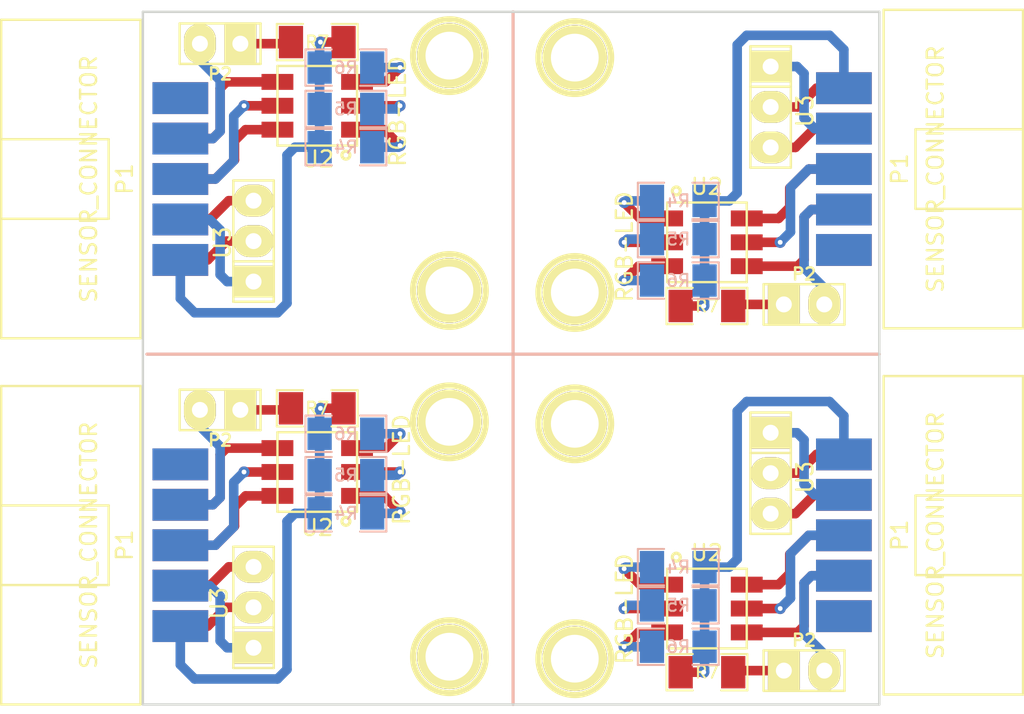
<source format=kicad_pcb>
(kicad_pcb (version 3) (host pcbnew "(2013-may-18)-stable")

  (general
    (links 96)
    (no_connects 36)
    (area 57.020999 34.813 121.854001 80.562)
    (thickness 1.6)
    (drawings 10)
    (tracks 240)
    (zones 0)
    (modules 40)
    (nets 13)
  )

  (page A3)
  (layers
    (15 F.Cu signal)
    (0 B.Cu signal)
    (16 B.Adhes user)
    (17 F.Adhes user)
    (18 B.Paste user)
    (19 F.Paste user)
    (20 B.SilkS user)
    (21 F.SilkS user)
    (22 B.Mask user)
    (23 F.Mask user)
    (24 Dwgs.User user)
    (25 Cmts.User user)
    (26 Eco1.User user)
    (27 Eco2.User user)
    (28 Edge.Cuts user)
  )

  (setup
    (last_trace_width 0.6)
    (trace_clearance 0.254)
    (zone_clearance 0.508)
    (zone_45_only no)
    (trace_min 0.254)
    (segment_width 0.2)
    (edge_width 0.15)
    (via_size 0.7)
    (via_drill 0.3)
    (via_min_size 0.7)
    (via_min_drill 0.3)
    (uvia_size 0.508)
    (uvia_drill 0.127)
    (uvias_allowed no)
    (uvia_min_size 0.508)
    (uvia_min_drill 0.127)
    (pcb_text_width 0.3)
    (pcb_text_size 1 1)
    (mod_edge_width 0.15)
    (mod_text_size 1 1)
    (mod_text_width 0.15)
    (pad_size 3.5 2)
    (pad_drill 0.6)
    (pad_to_mask_clearance 0)
    (aux_axis_origin 0 0)
    (visible_elements FFFFFBBF)
    (pcbplotparams
      (layerselection 284196865)
      (usegerberextensions true)
      (excludeedgelayer true)
      (linewidth 0.150000)
      (plotframeref false)
      (viasonmask false)
      (mode 1)
      (useauxorigin false)
      (hpglpennumber 1)
      (hpglpenspeed 20)
      (hpglpendiameter 15)
      (hpglpenoverlay 2)
      (psnegative false)
      (psa4output false)
      (plotreference true)
      (plotvalue true)
      (plotothertext true)
      (plotinvisibletext false)
      (padsonsilk false)
      (subtractmaskfromsilk false)
      (outputformat 1)
      (mirror false)
      (drillshape 0)
      (scaleselection 1)
      (outputdirectory plots/))
  )

  (net 0 "")
  (net 1 +3.3V)
  (net 2 +BATT)
  (net 3 GND)
  (net 4 N-0000012)
  (net 5 N-0000013)
  (net 6 N-0000014)
  (net 7 N-000003)
  (net 8 N-000004)
  (net 9 N-000005)
  (net 10 N-000006)
  (net 11 N-000007)
  (net 12 N-000008)

  (net_class Default "This is the default net class."
    (clearance 0.254)
    (trace_width 0.6)
    (via_dia 0.7)
    (via_drill 0.3)
    (uvia_dia 0.508)
    (uvia_drill 0.127)
    (add_net "")
    (add_net +3.3V)
    (add_net +BATT)
    (add_net GND)
    (add_net N-0000012)
    (add_net N-0000013)
    (add_net N-0000014)
    (add_net N-000003)
    (add_net N-000004)
    (add_net N-000005)
    (add_net N-000006)
    (add_net N-000007)
    (add_net N-000008)
  )

  (module 1pin (layer F.Cu) (tedit 5650BF62) (tstamp 5650D7FE)
    (at 93.375 61.875 180)
    (descr "module 1 pin (ou trou mecanique de percage)")
    (tags DEV)
    (path 1pin)
    (fp_text reference "" (at 0 -3.048 180) (layer F.SilkS)
      (effects (font (size 1.016 1.016) (thickness 0.254)))
    )
    (fp_text value P*** (at 0 2.794 180) (layer F.SilkS) hide
      (effects (font (size 1.016 1.016) (thickness 0.254)))
    )
    (fp_circle (center 0 0) (end 0 -2.286) (layer F.SilkS) (width 0.381))
    (pad 1 thru_hole circle (at 0 0 180) (size 4.064 4.064) (drill 3)
      (layers *.Cu *.Mask F.SilkS)
    )
  )

  (module 1pin (layer F.Cu) (tedit 5650BF6B) (tstamp 5650D7F9)
    (at 93.375 76.625 180)
    (descr "module 1 pin (ou trou mecanique de percage)")
    (tags DEV)
    (path 1pin)
    (fp_text reference "" (at 0 -3.048 180) (layer F.SilkS)
      (effects (font (size 1.016 1.016) (thickness 0.254)))
    )
    (fp_text value P*** (at 0 2.794 180) (layer F.SilkS) hide
      (effects (font (size 1.016 1.016) (thickness 0.254)))
    )
    (fp_circle (center 0 0) (end 0 -2.286) (layer F.SilkS) (width 0.381))
    (pad 1 thru_hole circle (at 0 0 180) (size 4.064 4.064) (drill 3)
      (layers *.Cu *.Mask F.SilkS)
    )
  )

  (module PIN_ARRAY_LARGE_PADS_2.54mm_2X1 (layer F.Cu) (tedit 54F186BD) (tstamp 5650D7F0)
    (at 107.775 77.375)
    (descr "Connecteurs 2 pins")
    (tags "CONN DEV")
    (path /5517BA51)
    (fp_text reference P2 (at 0 -1.905) (layer F.SilkS)
      (effects (font (size 0.762 0.762) (thickness 0.1524)))
    )
    (fp_text value VibroEngine (at 0 -1.905) (layer F.SilkS) hide
      (effects (font (size 0.762 0.762) (thickness 0.1524)))
    )
    (fp_line (start -2.54 1.27) (end -2.54 -1.27) (layer F.SilkS) (width 0.1524))
    (fp_line (start -2.54 -1.27) (end 2.54 -1.27) (layer F.SilkS) (width 0.1524))
    (fp_line (start 2.54 -1.27) (end 2.54 1.27) (layer F.SilkS) (width 0.1524))
    (fp_line (start 2.54 1.27) (end -2.54 1.27) (layer F.SilkS) (width 0.1524))
    (pad 1 thru_hole rect (at -1.27 0) (size 2 2.5) (drill 1)
      (layers *.Cu *.Mask F.SilkS)
      (net 12 N-000008)
    )
    (pad 2 thru_hole oval (at 1.27 0) (size 2 2.5) (drill 1)
      (layers *.Cu *.Mask F.SilkS)
      (net 11 N-000007)
    )
  )

  (module PIN_ARRAY_LARGE_PADS_2.54mm_3X1 (layer F.Cu) (tedit 54F1868D) (tstamp 5650D7E5)
    (at 105.675 64.975 270)
    (descr "Connecteur 3 pins")
    (tags "CONN DEV")
    (path /55171C6A)
    (fp_text reference U3 (at 0.254 -2.159 270) (layer F.SilkS)
      (effects (font (size 1.016 1.016) (thickness 0.1524)))
    )
    (fp_text value TSOP4856 (at 0 -2.159 270) (layer F.SilkS) hide
      (effects (font (size 1.016 1.016) (thickness 0.1524)))
    )
    (fp_line (start -3.81 1.27) (end -3.81 -1.27) (layer F.SilkS) (width 0.1524))
    (fp_line (start -3.81 -1.27) (end 3.81 -1.27) (layer F.SilkS) (width 0.1524))
    (fp_line (start 3.81 -1.27) (end 3.81 1.27) (layer F.SilkS) (width 0.1524))
    (fp_line (start 3.81 1.27) (end -3.81 1.27) (layer F.SilkS) (width 0.1524))
    (fp_line (start -1.27 -1.27) (end -1.27 1.27) (layer F.SilkS) (width 0.1524))
    (pad 1 thru_hole rect (at -2.54 0 270) (size 2 2.5) (drill 1)
      (layers *.Cu *.Mask F.SilkS)
      (net 7 N-000003)
    )
    (pad 2 thru_hole oval (at 0 0 270) (size 2 2.5) (drill 1)
      (layers *.Cu *.Mask F.SilkS)
      (net 3 GND)
    )
    (pad 3 thru_hole oval (at 2.54 0 270) (size 2 2.5) (drill 1)
      (layers *.Cu *.Mask F.SilkS)
      (net 1 +3.3V)
    )
  )

  (module RGB-led (layer F.Cu) (tedit 5650BF88) (tstamp 5650D7D8)
    (at 101.675 73.475)
    (path /5517C06D)
    (fp_text reference U2 (at 0 -3.5) (layer F.SilkS)
      (effects (font (size 1 1) (thickness 0.15)))
    )
    (fp_text value RGB-LED (at -5.175 0.025 90) (layer F.SilkS)
      (effects (font (size 1 1) (thickness 0.15)))
    )
    (fp_line (start 2.5 -2.5) (end -2.5 -2.5) (layer F.SilkS) (width 0.15))
    (fp_line (start -2.5 -2.5) (end -2.5 2.5) (layer F.SilkS) (width 0.15))
    (fp_line (start -2.5 2.5) (end 2.5 2.5) (layer F.SilkS) (width 0.15))
    (fp_line (start 2.5 2.5) (end 2.5 -2.5) (layer F.SilkS) (width 0.15))
    (pad 1 smd rect (at 2.5 1.5) (size 2 1)
      (layers F.Cu F.Paste F.Mask)
      (net 6 N-0000014)
    )
    (pad 2 smd rect (at 2.5 0) (size 2 1)
      (layers F.Cu F.Paste F.Mask)
      (net 5 N-0000013)
    )
    (pad 3 smd rect (at 2.5 -1.5) (size 2 1)
      (layers F.Cu F.Paste F.Mask)
      (net 4 N-0000012)
    )
    (pad 4 smd rect (at -2.5 -1.5) (size 2 1)
      (layers F.Cu F.Paste F.Mask)
      (net 10 N-000006)
    )
    (pad 5 smd rect (at -2.5 0) (size 2 1)
      (layers F.Cu F.Paste F.Mask)
      (net 9 N-000005)
    )
    (pad 6 smd rect (at -2.5 1.5) (size 2 1)
      (layers F.Cu F.Paste F.Mask)
      (net 8 N-000004)
    )
  )

  (module Sensors-connector-10x (layer F.Cu) (tedit 564E4742) (tstamp 5650D7C4)
    (at 110.275 68.875 180)
    (path /564E410E)
    (fp_text reference P1 (at -3.5 0 270) (layer F.SilkS)
      (effects (font (size 1 1) (thickness 0.15)))
    )
    (fp_text value SENSOR_CONNECTOR (at -5.75 0 270) (layer F.SilkS)
      (effects (font (size 1 1) (thickness 0.15)))
    )
    (fp_line (start -11.25 -2.5) (end -4.5 -2.5) (layer F.SilkS) (width 0.15))
    (fp_line (start -4.5 -2.5) (end -4.5 2.5) (layer F.SilkS) (width 0.15))
    (fp_line (start -4.5 2.5) (end -11.25 2.5) (layer F.SilkS) (width 0.15))
    (fp_line (start -2.5 -10) (end -2.5 10) (layer F.SilkS) (width 0.15))
    (fp_line (start -2.5 10) (end -11.25 10) (layer F.SilkS) (width 0.15))
    (fp_line (start -11.25 10) (end -11.25 -10) (layer F.SilkS) (width 0.15))
    (fp_line (start -11.25 -10) (end -2.5 -10) (layer F.SilkS) (width 0.15))
    (pad 5 smd rect (at 0 0 180) (size 3.5 2)
      (layers F.Cu F.Paste F.Mask)
      (net 4 N-0000012)
    )
    (pad 7 smd rect (at 0 -2.54 180) (size 3.5 2)
      (layers F.Cu F.Paste F.Mask)
      (net 6 N-0000014)
    )
    (pad 9 smd rect (at 0 -5.08 180) (size 3.5 2)
      (layers F.Cu F.Paste F.Mask)
    )
    (pad 3 smd rect (at 0 2.54 180) (size 3.5 2)
      (layers F.Cu F.Paste F.Mask)
      (net 1 +3.3V)
    )
    (pad 1 smd rect (at 0 5.08 180) (size 3.5 2)
      (layers F.Cu F.Paste F.Mask)
      (net 3 GND)
    )
    (pad 2 smd rect (at 0 5.08 180) (size 3.5 2)
      (layers B.Cu F.Paste F.Mask)
      (net 2 +BATT)
    )
    (pad 4 smd rect (at 0 2.54 180) (size 3.5 2)
      (layers B.Cu F.Paste F.Mask)
      (net 7 N-000003)
    )
    (pad 6 smd rect (at 0 0 180) (size 3.5 2)
      (layers B.Cu F.Paste F.Mask)
      (net 5 N-0000013)
    )
    (pad 8 smd rect (at 0 -2.54 180) (size 3.5 2)
      (layers B.Cu F.Paste F.Mask)
      (net 11 N-000007)
    )
    (pad 10 smd rect (at 0 -5.08 180) (size 3.5 2)
      (layers B.Cu F.Paste F.Mask)
    )
  )

  (module SM1206 (layer F.Cu) (tedit 42806E24) (tstamp 5650D7B9)
    (at 101.675 77.475 180)
    (path /564E44D3)
    (attr smd)
    (fp_text reference R7 (at 0 0 180) (layer F.SilkS)
      (effects (font (size 0.762 0.762) (thickness 0.127)))
    )
    (fp_text value R (at 0 0 180) (layer F.SilkS) hide
      (effects (font (size 0.762 0.762) (thickness 0.127)))
    )
    (fp_line (start -2.54 -1.143) (end -2.54 1.143) (layer F.SilkS) (width 0.127))
    (fp_line (start -2.54 1.143) (end -0.889 1.143) (layer F.SilkS) (width 0.127))
    (fp_line (start 0.889 -1.143) (end 2.54 -1.143) (layer F.SilkS) (width 0.127))
    (fp_line (start 2.54 -1.143) (end 2.54 1.143) (layer F.SilkS) (width 0.127))
    (fp_line (start 2.54 1.143) (end 0.889 1.143) (layer F.SilkS) (width 0.127))
    (fp_line (start -0.889 -1.143) (end -2.54 -1.143) (layer F.SilkS) (width 0.127))
    (pad 1 smd rect (at -1.651 0 180) (size 1.524 2.032)
      (layers F.Cu F.Paste F.Mask)
      (net 12 N-000008)
    )
    (pad 2 smd rect (at 1.651 0 180) (size 1.524 2.032)
      (layers F.Cu F.Paste F.Mask)
      (net 2 +BATT)
    )
    (model smd/chip_cms.wrl
      (at (xyz 0 0 0))
      (scale (xyz 0.17 0.16 0.16))
      (rotate (xyz 0 0 0))
    )
  )

  (module SM1206 (layer B.Cu) (tedit 42806E24) (tstamp 5650D7AE)
    (at 99.875 75.875 180)
    (path /5517C07F)
    (attr smd)
    (fp_text reference R6 (at 0 0 180) (layer B.SilkS)
      (effects (font (size 0.762 0.762) (thickness 0.127)) (justify mirror))
    )
    (fp_text value R (at 0 0 180) (layer B.SilkS) hide
      (effects (font (size 0.762 0.762) (thickness 0.127)) (justify mirror))
    )
    (fp_line (start -2.54 1.143) (end -2.54 -1.143) (layer B.SilkS) (width 0.127))
    (fp_line (start -2.54 -1.143) (end -0.889 -1.143) (layer B.SilkS) (width 0.127))
    (fp_line (start 0.889 1.143) (end 2.54 1.143) (layer B.SilkS) (width 0.127))
    (fp_line (start 2.54 1.143) (end 2.54 -1.143) (layer B.SilkS) (width 0.127))
    (fp_line (start 2.54 -1.143) (end 0.889 -1.143) (layer B.SilkS) (width 0.127))
    (fp_line (start -0.889 1.143) (end -2.54 1.143) (layer B.SilkS) (width 0.127))
    (pad 1 smd rect (at -1.651 0 180) (size 1.524 2.032)
      (layers B.Cu B.Paste B.Mask)
      (net 2 +BATT)
    )
    (pad 2 smd rect (at 1.651 0 180) (size 1.524 2.032)
      (layers B.Cu B.Paste B.Mask)
      (net 8 N-000004)
    )
    (model smd/chip_cms.wrl
      (at (xyz 0 0 0))
      (scale (xyz 0.17 0.16 0.16))
      (rotate (xyz 0 0 0))
    )
  )

  (module SM1206 (layer B.Cu) (tedit 42806E24) (tstamp 5650D7A3)
    (at 99.875 73.275 180)
    (path /5517C079)
    (attr smd)
    (fp_text reference R5 (at 0 0 180) (layer B.SilkS)
      (effects (font (size 0.762 0.762) (thickness 0.127)) (justify mirror))
    )
    (fp_text value R (at 0 0 180) (layer B.SilkS) hide
      (effects (font (size 0.762 0.762) (thickness 0.127)) (justify mirror))
    )
    (fp_line (start -2.54 1.143) (end -2.54 -1.143) (layer B.SilkS) (width 0.127))
    (fp_line (start -2.54 -1.143) (end -0.889 -1.143) (layer B.SilkS) (width 0.127))
    (fp_line (start 0.889 1.143) (end 2.54 1.143) (layer B.SilkS) (width 0.127))
    (fp_line (start 2.54 1.143) (end 2.54 -1.143) (layer B.SilkS) (width 0.127))
    (fp_line (start 2.54 -1.143) (end 0.889 -1.143) (layer B.SilkS) (width 0.127))
    (fp_line (start -0.889 1.143) (end -2.54 1.143) (layer B.SilkS) (width 0.127))
    (pad 1 smd rect (at -1.651 0 180) (size 1.524 2.032)
      (layers B.Cu B.Paste B.Mask)
      (net 2 +BATT)
    )
    (pad 2 smd rect (at 1.651 0 180) (size 1.524 2.032)
      (layers B.Cu B.Paste B.Mask)
      (net 9 N-000005)
    )
    (model smd/chip_cms.wrl
      (at (xyz 0 0 0))
      (scale (xyz 0.17 0.16 0.16))
      (rotate (xyz 0 0 0))
    )
  )

  (module SM1206 (layer B.Cu) (tedit 42806E24) (tstamp 5650D798)
    (at 99.875 70.875 180)
    (path /5517C073)
    (attr smd)
    (fp_text reference R4 (at 0 0 180) (layer B.SilkS)
      (effects (font (size 0.762 0.762) (thickness 0.127)) (justify mirror))
    )
    (fp_text value R (at 0 0 180) (layer B.SilkS) hide
      (effects (font (size 0.762 0.762) (thickness 0.127)) (justify mirror))
    )
    (fp_line (start -2.54 1.143) (end -2.54 -1.143) (layer B.SilkS) (width 0.127))
    (fp_line (start -2.54 -1.143) (end -0.889 -1.143) (layer B.SilkS) (width 0.127))
    (fp_line (start 0.889 1.143) (end 2.54 1.143) (layer B.SilkS) (width 0.127))
    (fp_line (start 2.54 1.143) (end 2.54 -1.143) (layer B.SilkS) (width 0.127))
    (fp_line (start 2.54 -1.143) (end 0.889 -1.143) (layer B.SilkS) (width 0.127))
    (fp_line (start -0.889 1.143) (end -2.54 1.143) (layer B.SilkS) (width 0.127))
    (pad 1 smd rect (at -1.651 0 180) (size 1.524 2.032)
      (layers B.Cu B.Paste B.Mask)
      (net 2 +BATT)
    )
    (pad 2 smd rect (at 1.651 0 180) (size 1.524 2.032)
      (layers B.Cu B.Paste B.Mask)
      (net 10 N-000006)
    )
    (model smd/chip_cms.wrl
      (at (xyz 0 0 0))
      (scale (xyz 0.17 0.16 0.16))
      (rotate (xyz 0 0 0))
    )
  )

  (module SM1206 (layer B.Cu) (tedit 42806E24) (tstamp 5650D78D)
    (at 99.875 47.875 180)
    (path /5517C073)
    (attr smd)
    (fp_text reference R4 (at 0 0 180) (layer B.SilkS)
      (effects (font (size 0.762 0.762) (thickness 0.127)) (justify mirror))
    )
    (fp_text value R (at 0 0 180) (layer B.SilkS) hide
      (effects (font (size 0.762 0.762) (thickness 0.127)) (justify mirror))
    )
    (fp_line (start -2.54 1.143) (end -2.54 -1.143) (layer B.SilkS) (width 0.127))
    (fp_line (start -2.54 -1.143) (end -0.889 -1.143) (layer B.SilkS) (width 0.127))
    (fp_line (start 0.889 1.143) (end 2.54 1.143) (layer B.SilkS) (width 0.127))
    (fp_line (start 2.54 1.143) (end 2.54 -1.143) (layer B.SilkS) (width 0.127))
    (fp_line (start 2.54 -1.143) (end 0.889 -1.143) (layer B.SilkS) (width 0.127))
    (fp_line (start -0.889 1.143) (end -2.54 1.143) (layer B.SilkS) (width 0.127))
    (pad 1 smd rect (at -1.651 0 180) (size 1.524 2.032)
      (layers B.Cu B.Paste B.Mask)
      (net 2 +BATT)
    )
    (pad 2 smd rect (at 1.651 0 180) (size 1.524 2.032)
      (layers B.Cu B.Paste B.Mask)
      (net 10 N-000006)
    )
    (model smd/chip_cms.wrl
      (at (xyz 0 0 0))
      (scale (xyz 0.17 0.16 0.16))
      (rotate (xyz 0 0 0))
    )
  )

  (module SM1206 (layer B.Cu) (tedit 42806E24) (tstamp 5650D782)
    (at 99.875 50.275 180)
    (path /5517C079)
    (attr smd)
    (fp_text reference R5 (at 0 0 180) (layer B.SilkS)
      (effects (font (size 0.762 0.762) (thickness 0.127)) (justify mirror))
    )
    (fp_text value R (at 0 0 180) (layer B.SilkS) hide
      (effects (font (size 0.762 0.762) (thickness 0.127)) (justify mirror))
    )
    (fp_line (start -2.54 1.143) (end -2.54 -1.143) (layer B.SilkS) (width 0.127))
    (fp_line (start -2.54 -1.143) (end -0.889 -1.143) (layer B.SilkS) (width 0.127))
    (fp_line (start 0.889 1.143) (end 2.54 1.143) (layer B.SilkS) (width 0.127))
    (fp_line (start 2.54 1.143) (end 2.54 -1.143) (layer B.SilkS) (width 0.127))
    (fp_line (start 2.54 -1.143) (end 0.889 -1.143) (layer B.SilkS) (width 0.127))
    (fp_line (start -0.889 1.143) (end -2.54 1.143) (layer B.SilkS) (width 0.127))
    (pad 1 smd rect (at -1.651 0 180) (size 1.524 2.032)
      (layers B.Cu B.Paste B.Mask)
      (net 2 +BATT)
    )
    (pad 2 smd rect (at 1.651 0 180) (size 1.524 2.032)
      (layers B.Cu B.Paste B.Mask)
      (net 9 N-000005)
    )
    (model smd/chip_cms.wrl
      (at (xyz 0 0 0))
      (scale (xyz 0.17 0.16 0.16))
      (rotate (xyz 0 0 0))
    )
  )

  (module SM1206 (layer B.Cu) (tedit 42806E24) (tstamp 5650D777)
    (at 99.875 52.875 180)
    (path /5517C07F)
    (attr smd)
    (fp_text reference R6 (at 0 0 180) (layer B.SilkS)
      (effects (font (size 0.762 0.762) (thickness 0.127)) (justify mirror))
    )
    (fp_text value R (at 0 0 180) (layer B.SilkS) hide
      (effects (font (size 0.762 0.762) (thickness 0.127)) (justify mirror))
    )
    (fp_line (start -2.54 1.143) (end -2.54 -1.143) (layer B.SilkS) (width 0.127))
    (fp_line (start -2.54 -1.143) (end -0.889 -1.143) (layer B.SilkS) (width 0.127))
    (fp_line (start 0.889 1.143) (end 2.54 1.143) (layer B.SilkS) (width 0.127))
    (fp_line (start 2.54 1.143) (end 2.54 -1.143) (layer B.SilkS) (width 0.127))
    (fp_line (start 2.54 -1.143) (end 0.889 -1.143) (layer B.SilkS) (width 0.127))
    (fp_line (start -0.889 1.143) (end -2.54 1.143) (layer B.SilkS) (width 0.127))
    (pad 1 smd rect (at -1.651 0 180) (size 1.524 2.032)
      (layers B.Cu B.Paste B.Mask)
      (net 2 +BATT)
    )
    (pad 2 smd rect (at 1.651 0 180) (size 1.524 2.032)
      (layers B.Cu B.Paste B.Mask)
      (net 8 N-000004)
    )
    (model smd/chip_cms.wrl
      (at (xyz 0 0 0))
      (scale (xyz 0.17 0.16 0.16))
      (rotate (xyz 0 0 0))
    )
  )

  (module SM1206 (layer F.Cu) (tedit 42806E24) (tstamp 5650D76C)
    (at 101.675 54.475 180)
    (path /564E44D3)
    (attr smd)
    (fp_text reference R7 (at 0 0 180) (layer F.SilkS)
      (effects (font (size 0.762 0.762) (thickness 0.127)))
    )
    (fp_text value R (at 0 0 180) (layer F.SilkS) hide
      (effects (font (size 0.762 0.762) (thickness 0.127)))
    )
    (fp_line (start -2.54 -1.143) (end -2.54 1.143) (layer F.SilkS) (width 0.127))
    (fp_line (start -2.54 1.143) (end -0.889 1.143) (layer F.SilkS) (width 0.127))
    (fp_line (start 0.889 -1.143) (end 2.54 -1.143) (layer F.SilkS) (width 0.127))
    (fp_line (start 2.54 -1.143) (end 2.54 1.143) (layer F.SilkS) (width 0.127))
    (fp_line (start 2.54 1.143) (end 0.889 1.143) (layer F.SilkS) (width 0.127))
    (fp_line (start -0.889 -1.143) (end -2.54 -1.143) (layer F.SilkS) (width 0.127))
    (pad 1 smd rect (at -1.651 0 180) (size 1.524 2.032)
      (layers F.Cu F.Paste F.Mask)
      (net 12 N-000008)
    )
    (pad 2 smd rect (at 1.651 0 180) (size 1.524 2.032)
      (layers F.Cu F.Paste F.Mask)
      (net 2 +BATT)
    )
    (model smd/chip_cms.wrl
      (at (xyz 0 0 0))
      (scale (xyz 0.17 0.16 0.16))
      (rotate (xyz 0 0 0))
    )
  )

  (module Sensors-connector-10x (layer F.Cu) (tedit 564E4742) (tstamp 5650D758)
    (at 110.275 45.875 180)
    (path /564E410E)
    (fp_text reference P1 (at -3.5 0 270) (layer F.SilkS)
      (effects (font (size 1 1) (thickness 0.15)))
    )
    (fp_text value SENSOR_CONNECTOR (at -5.75 0 270) (layer F.SilkS)
      (effects (font (size 1 1) (thickness 0.15)))
    )
    (fp_line (start -11.25 -2.5) (end -4.5 -2.5) (layer F.SilkS) (width 0.15))
    (fp_line (start -4.5 -2.5) (end -4.5 2.5) (layer F.SilkS) (width 0.15))
    (fp_line (start -4.5 2.5) (end -11.25 2.5) (layer F.SilkS) (width 0.15))
    (fp_line (start -2.5 -10) (end -2.5 10) (layer F.SilkS) (width 0.15))
    (fp_line (start -2.5 10) (end -11.25 10) (layer F.SilkS) (width 0.15))
    (fp_line (start -11.25 10) (end -11.25 -10) (layer F.SilkS) (width 0.15))
    (fp_line (start -11.25 -10) (end -2.5 -10) (layer F.SilkS) (width 0.15))
    (pad 5 smd rect (at 0 0 180) (size 3.5 2)
      (layers F.Cu F.Paste F.Mask)
      (net 4 N-0000012)
    )
    (pad 7 smd rect (at 0 -2.54 180) (size 3.5 2)
      (layers F.Cu F.Paste F.Mask)
      (net 6 N-0000014)
    )
    (pad 9 smd rect (at 0 -5.08 180) (size 3.5 2)
      (layers F.Cu F.Paste F.Mask)
    )
    (pad 3 smd rect (at 0 2.54 180) (size 3.5 2)
      (layers F.Cu F.Paste F.Mask)
      (net 1 +3.3V)
    )
    (pad 1 smd rect (at 0 5.08 180) (size 3.5 2)
      (layers F.Cu F.Paste F.Mask)
      (net 3 GND)
    )
    (pad 2 smd rect (at 0 5.08 180) (size 3.5 2)
      (layers B.Cu F.Paste F.Mask)
      (net 2 +BATT)
    )
    (pad 4 smd rect (at 0 2.54 180) (size 3.5 2)
      (layers B.Cu F.Paste F.Mask)
      (net 7 N-000003)
    )
    (pad 6 smd rect (at 0 0 180) (size 3.5 2)
      (layers B.Cu F.Paste F.Mask)
      (net 5 N-0000013)
    )
    (pad 8 smd rect (at 0 -2.54 180) (size 3.5 2)
      (layers B.Cu F.Paste F.Mask)
      (net 11 N-000007)
    )
    (pad 10 smd rect (at 0 -5.08 180) (size 3.5 2)
      (layers B.Cu F.Paste F.Mask)
    )
  )

  (module RGB-led (layer F.Cu) (tedit 5650BF90) (tstamp 5650D74B)
    (at 101.675 50.475)
    (path /5517C06D)
    (fp_text reference U2 (at 0 -3.5) (layer F.SilkS)
      (effects (font (size 1 1) (thickness 0.15)))
    )
    (fp_text value RGB-LED (at -5.175 0.275 90) (layer F.SilkS)
      (effects (font (size 1 1) (thickness 0.15)))
    )
    (fp_line (start 2.5 -2.5) (end -2.5 -2.5) (layer F.SilkS) (width 0.15))
    (fp_line (start -2.5 -2.5) (end -2.5 2.5) (layer F.SilkS) (width 0.15))
    (fp_line (start -2.5 2.5) (end 2.5 2.5) (layer F.SilkS) (width 0.15))
    (fp_line (start 2.5 2.5) (end 2.5 -2.5) (layer F.SilkS) (width 0.15))
    (pad 1 smd rect (at 2.5 1.5) (size 2 1)
      (layers F.Cu F.Paste F.Mask)
      (net 6 N-0000014)
    )
    (pad 2 smd rect (at 2.5 0) (size 2 1)
      (layers F.Cu F.Paste F.Mask)
      (net 5 N-0000013)
    )
    (pad 3 smd rect (at 2.5 -1.5) (size 2 1)
      (layers F.Cu F.Paste F.Mask)
      (net 4 N-0000012)
    )
    (pad 4 smd rect (at -2.5 -1.5) (size 2 1)
      (layers F.Cu F.Paste F.Mask)
      (net 10 N-000006)
    )
    (pad 5 smd rect (at -2.5 0) (size 2 1)
      (layers F.Cu F.Paste F.Mask)
      (net 9 N-000005)
    )
    (pad 6 smd rect (at -2.5 1.5) (size 2 1)
      (layers F.Cu F.Paste F.Mask)
      (net 8 N-000004)
    )
  )

  (module PIN_ARRAY_LARGE_PADS_2.54mm_3X1 (layer F.Cu) (tedit 54F1868D) (tstamp 5650D740)
    (at 105.675 41.975 270)
    (descr "Connecteur 3 pins")
    (tags "CONN DEV")
    (path /55171C6A)
    (fp_text reference U3 (at 0.254 -2.159 270) (layer F.SilkS)
      (effects (font (size 1.016 1.016) (thickness 0.1524)))
    )
    (fp_text value TSOP4856 (at 0 -2.159 270) (layer F.SilkS) hide
      (effects (font (size 1.016 1.016) (thickness 0.1524)))
    )
    (fp_line (start -3.81 1.27) (end -3.81 -1.27) (layer F.SilkS) (width 0.1524))
    (fp_line (start -3.81 -1.27) (end 3.81 -1.27) (layer F.SilkS) (width 0.1524))
    (fp_line (start 3.81 -1.27) (end 3.81 1.27) (layer F.SilkS) (width 0.1524))
    (fp_line (start 3.81 1.27) (end -3.81 1.27) (layer F.SilkS) (width 0.1524))
    (fp_line (start -1.27 -1.27) (end -1.27 1.27) (layer F.SilkS) (width 0.1524))
    (pad 1 thru_hole rect (at -2.54 0 270) (size 2 2.5) (drill 1)
      (layers *.Cu *.Mask F.SilkS)
      (net 7 N-000003)
    )
    (pad 2 thru_hole oval (at 0 0 270) (size 2 2.5) (drill 1)
      (layers *.Cu *.Mask F.SilkS)
      (net 3 GND)
    )
    (pad 3 thru_hole oval (at 2.54 0 270) (size 2 2.5) (drill 1)
      (layers *.Cu *.Mask F.SilkS)
      (net 1 +3.3V)
    )
  )

  (module PIN_ARRAY_LARGE_PADS_2.54mm_2X1 (layer F.Cu) (tedit 54F186BD) (tstamp 5650D737)
    (at 107.775 54.375)
    (descr "Connecteurs 2 pins")
    (tags "CONN DEV")
    (path /5517BA51)
    (fp_text reference P2 (at 0 -1.905) (layer F.SilkS)
      (effects (font (size 0.762 0.762) (thickness 0.1524)))
    )
    (fp_text value VibroEngine (at 0 -1.905) (layer F.SilkS) hide
      (effects (font (size 0.762 0.762) (thickness 0.1524)))
    )
    (fp_line (start -2.54 1.27) (end -2.54 -1.27) (layer F.SilkS) (width 0.1524))
    (fp_line (start -2.54 -1.27) (end 2.54 -1.27) (layer F.SilkS) (width 0.1524))
    (fp_line (start 2.54 -1.27) (end 2.54 1.27) (layer F.SilkS) (width 0.1524))
    (fp_line (start 2.54 1.27) (end -2.54 1.27) (layer F.SilkS) (width 0.1524))
    (pad 1 thru_hole rect (at -1.27 0) (size 2 2.5) (drill 1)
      (layers *.Cu *.Mask F.SilkS)
      (net 12 N-000008)
    )
    (pad 2 thru_hole oval (at 1.27 0) (size 2 2.5) (drill 1)
      (layers *.Cu *.Mask F.SilkS)
      (net 11 N-000007)
    )
  )

  (module 1pin (layer F.Cu) (tedit 5650BF66) (tstamp 5650D732)
    (at 93.375 53.625 180)
    (descr "module 1 pin (ou trou mecanique de percage)")
    (tags DEV)
    (path 1pin)
    (fp_text reference "" (at 0 -3.048 180) (layer F.SilkS)
      (effects (font (size 1.016 1.016) (thickness 0.254)))
    )
    (fp_text value P*** (at 0 2.794 180) (layer F.SilkS) hide
      (effects (font (size 1.016 1.016) (thickness 0.254)))
    )
    (fp_circle (center 0 0) (end 0 -2.286) (layer F.SilkS) (width 0.381))
    (pad 1 thru_hole circle (at 0 0 180) (size 4.064 4.064) (drill 3)
      (layers *.Cu *.Mask F.SilkS)
    )
  )

  (module 1pin (layer F.Cu) (tedit 5650BF5C) (tstamp 5650D72D)
    (at 93.375 38.875 180)
    (descr "module 1 pin (ou trou mecanique de percage)")
    (tags DEV)
    (path 1pin)
    (fp_text reference "" (at 0 -3.048 180) (layer F.SilkS)
      (effects (font (size 1.016 1.016) (thickness 0.254)))
    )
    (fp_text value P*** (at 0 2.794 180) (layer F.SilkS) hide
      (effects (font (size 1.016 1.016) (thickness 0.254)))
    )
    (fp_circle (center 0 0) (end 0 -2.286) (layer F.SilkS) (width 0.381))
    (pad 1 thru_hole circle (at 0 0 180) (size 4.064 4.064) (drill 3)
      (layers *.Cu *.Mask F.SilkS)
    )
  )

  (module 1pin (layer F.Cu) (tedit 5650BF69) (tstamp 5650D6EA)
    (at 85.5 76.5)
    (descr "module 1 pin (ou trou mecanique de percage)")
    (tags DEV)
    (path 1pin)
    (fp_text reference "" (at 0 -3.048) (layer F.SilkS)
      (effects (font (size 1.016 1.016) (thickness 0.254)))
    )
    (fp_text value P*** (at 0 2.794) (layer F.SilkS) hide
      (effects (font (size 1.016 1.016) (thickness 0.254)))
    )
    (fp_circle (center 0 0) (end 0 -2.286) (layer F.SilkS) (width 0.381))
    (pad 1 thru_hole circle (at 0 0) (size 4.064 4.064) (drill 3)
      (layers *.Cu *.Mask F.SilkS)
    )
  )

  (module 1pin (layer F.Cu) (tedit 5650BF60) (tstamp 5650D6E5)
    (at 85.5 61.75)
    (descr "module 1 pin (ou trou mecanique de percage)")
    (tags DEV)
    (path 1pin)
    (fp_text reference "" (at 0 -3.048) (layer F.SilkS)
      (effects (font (size 1.016 1.016) (thickness 0.254)))
    )
    (fp_text value P*** (at 0 2.794) (layer F.SilkS) hide
      (effects (font (size 1.016 1.016) (thickness 0.254)))
    )
    (fp_circle (center 0 0) (end 0 -2.286) (layer F.SilkS) (width 0.381))
    (pad 1 thru_hole circle (at 0 0) (size 4.064 4.064) (drill 3)
      (layers *.Cu *.Mask F.SilkS)
    )
  )

  (module PIN_ARRAY_LARGE_PADS_2.54mm_2X1 (layer F.Cu) (tedit 54F186BD) (tstamp 5650D6DC)
    (at 71.1 61 180)
    (descr "Connecteurs 2 pins")
    (tags "CONN DEV")
    (path /5517BA51)
    (fp_text reference P2 (at 0 -1.905 180) (layer F.SilkS)
      (effects (font (size 0.762 0.762) (thickness 0.1524)))
    )
    (fp_text value VibroEngine (at 0 -1.905 180) (layer F.SilkS) hide
      (effects (font (size 0.762 0.762) (thickness 0.1524)))
    )
    (fp_line (start -2.54 1.27) (end -2.54 -1.27) (layer F.SilkS) (width 0.1524))
    (fp_line (start -2.54 -1.27) (end 2.54 -1.27) (layer F.SilkS) (width 0.1524))
    (fp_line (start 2.54 -1.27) (end 2.54 1.27) (layer F.SilkS) (width 0.1524))
    (fp_line (start 2.54 1.27) (end -2.54 1.27) (layer F.SilkS) (width 0.1524))
    (pad 1 thru_hole rect (at -1.27 0 180) (size 2 2.5) (drill 1)
      (layers *.Cu *.Mask F.SilkS)
      (net 12 N-000008)
    )
    (pad 2 thru_hole oval (at 1.27 0 180) (size 2 2.5) (drill 1)
      (layers *.Cu *.Mask F.SilkS)
      (net 11 N-000007)
    )
  )

  (module PIN_ARRAY_LARGE_PADS_2.54mm_3X1 (layer F.Cu) (tedit 54F1868D) (tstamp 5650D6D1)
    (at 73.2 73.4 90)
    (descr "Connecteur 3 pins")
    (tags "CONN DEV")
    (path /55171C6A)
    (fp_text reference U3 (at 0.254 -2.159 90) (layer F.SilkS)
      (effects (font (size 1.016 1.016) (thickness 0.1524)))
    )
    (fp_text value TSOP4856 (at 0 -2.159 90) (layer F.SilkS) hide
      (effects (font (size 1.016 1.016) (thickness 0.1524)))
    )
    (fp_line (start -3.81 1.27) (end -3.81 -1.27) (layer F.SilkS) (width 0.1524))
    (fp_line (start -3.81 -1.27) (end 3.81 -1.27) (layer F.SilkS) (width 0.1524))
    (fp_line (start 3.81 -1.27) (end 3.81 1.27) (layer F.SilkS) (width 0.1524))
    (fp_line (start 3.81 1.27) (end -3.81 1.27) (layer F.SilkS) (width 0.1524))
    (fp_line (start -1.27 -1.27) (end -1.27 1.27) (layer F.SilkS) (width 0.1524))
    (pad 1 thru_hole rect (at -2.54 0 90) (size 2 2.5) (drill 1)
      (layers *.Cu *.Mask F.SilkS)
      (net 7 N-000003)
    )
    (pad 2 thru_hole oval (at 0 0 90) (size 2 2.5) (drill 1)
      (layers *.Cu *.Mask F.SilkS)
      (net 3 GND)
    )
    (pad 3 thru_hole oval (at 2.54 0 90) (size 2 2.5) (drill 1)
      (layers *.Cu *.Mask F.SilkS)
      (net 1 +3.3V)
    )
  )

  (module RGB-led (layer F.Cu) (tedit 5650BF80) (tstamp 5650D6C4)
    (at 77.2 64.9 180)
    (path /5517C06D)
    (fp_text reference U2 (at 0 -3.5 180) (layer F.SilkS)
      (effects (font (size 1 1) (thickness 0.15)))
    )
    (fp_text value RGB-LED (at -5.3 0.15 270) (layer F.SilkS)
      (effects (font (size 1 1) (thickness 0.15)))
    )
    (fp_line (start 2.5 -2.5) (end -2.5 -2.5) (layer F.SilkS) (width 0.15))
    (fp_line (start -2.5 -2.5) (end -2.5 2.5) (layer F.SilkS) (width 0.15))
    (fp_line (start -2.5 2.5) (end 2.5 2.5) (layer F.SilkS) (width 0.15))
    (fp_line (start 2.5 2.5) (end 2.5 -2.5) (layer F.SilkS) (width 0.15))
    (pad 1 smd rect (at 2.5 1.5 180) (size 2 1)
      (layers F.Cu F.Paste F.Mask)
      (net 6 N-0000014)
    )
    (pad 2 smd rect (at 2.5 0 180) (size 2 1)
      (layers F.Cu F.Paste F.Mask)
      (net 5 N-0000013)
    )
    (pad 3 smd rect (at 2.5 -1.5 180) (size 2 1)
      (layers F.Cu F.Paste F.Mask)
      (net 4 N-0000012)
    )
    (pad 4 smd rect (at -2.5 -1.5 180) (size 2 1)
      (layers F.Cu F.Paste F.Mask)
      (net 10 N-000006)
    )
    (pad 5 smd rect (at -2.5 0 180) (size 2 1)
      (layers F.Cu F.Paste F.Mask)
      (net 9 N-000005)
    )
    (pad 6 smd rect (at -2.5 1.5 180) (size 2 1)
      (layers F.Cu F.Paste F.Mask)
      (net 8 N-000004)
    )
  )

  (module Sensors-connector-10x (layer F.Cu) (tedit 564E4742) (tstamp 5650D6B0)
    (at 68.6 69.5)
    (path /564E410E)
    (fp_text reference P1 (at -3.5 0 90) (layer F.SilkS)
      (effects (font (size 1 1) (thickness 0.15)))
    )
    (fp_text value SENSOR_CONNECTOR (at -5.75 0 90) (layer F.SilkS)
      (effects (font (size 1 1) (thickness 0.15)))
    )
    (fp_line (start -11.25 -2.5) (end -4.5 -2.5) (layer F.SilkS) (width 0.15))
    (fp_line (start -4.5 -2.5) (end -4.5 2.5) (layer F.SilkS) (width 0.15))
    (fp_line (start -4.5 2.5) (end -11.25 2.5) (layer F.SilkS) (width 0.15))
    (fp_line (start -2.5 -10) (end -2.5 10) (layer F.SilkS) (width 0.15))
    (fp_line (start -2.5 10) (end -11.25 10) (layer F.SilkS) (width 0.15))
    (fp_line (start -11.25 10) (end -11.25 -10) (layer F.SilkS) (width 0.15))
    (fp_line (start -11.25 -10) (end -2.5 -10) (layer F.SilkS) (width 0.15))
    (pad 5 smd rect (at 0 0) (size 3.5 2)
      (layers F.Cu F.Paste F.Mask)
      (net 4 N-0000012)
    )
    (pad 7 smd rect (at 0 -2.54) (size 3.5 2)
      (layers F.Cu F.Paste F.Mask)
      (net 6 N-0000014)
    )
    (pad 9 smd rect (at 0 -5.08) (size 3.5 2)
      (layers F.Cu F.Paste F.Mask)
    )
    (pad 3 smd rect (at 0 2.54) (size 3.5 2)
      (layers F.Cu F.Paste F.Mask)
      (net 1 +3.3V)
    )
    (pad 1 smd rect (at 0 5.08) (size 3.5 2)
      (layers F.Cu F.Paste F.Mask)
      (net 3 GND)
    )
    (pad 2 smd rect (at 0 5.08) (size 3.5 2)
      (layers B.Cu F.Paste F.Mask)
      (net 2 +BATT)
    )
    (pad 4 smd rect (at 0 2.54) (size 3.5 2)
      (layers B.Cu F.Paste F.Mask)
      (net 7 N-000003)
    )
    (pad 6 smd rect (at 0 0) (size 3.5 2)
      (layers B.Cu F.Paste F.Mask)
      (net 5 N-0000013)
    )
    (pad 8 smd rect (at 0 -2.54) (size 3.5 2)
      (layers B.Cu F.Paste F.Mask)
      (net 11 N-000007)
    )
    (pad 10 smd rect (at 0 -5.08) (size 3.5 2)
      (layers B.Cu F.Paste F.Mask)
    )
  )

  (module SM1206 (layer F.Cu) (tedit 42806E24) (tstamp 5650D6A5)
    (at 77.2 60.9)
    (path /564E44D3)
    (attr smd)
    (fp_text reference R7 (at 0 0) (layer F.SilkS)
      (effects (font (size 0.762 0.762) (thickness 0.127)))
    )
    (fp_text value R (at 0 0) (layer F.SilkS) hide
      (effects (font (size 0.762 0.762) (thickness 0.127)))
    )
    (fp_line (start -2.54 -1.143) (end -2.54 1.143) (layer F.SilkS) (width 0.127))
    (fp_line (start -2.54 1.143) (end -0.889 1.143) (layer F.SilkS) (width 0.127))
    (fp_line (start 0.889 -1.143) (end 2.54 -1.143) (layer F.SilkS) (width 0.127))
    (fp_line (start 2.54 -1.143) (end 2.54 1.143) (layer F.SilkS) (width 0.127))
    (fp_line (start 2.54 1.143) (end 0.889 1.143) (layer F.SilkS) (width 0.127))
    (fp_line (start -0.889 -1.143) (end -2.54 -1.143) (layer F.SilkS) (width 0.127))
    (pad 1 smd rect (at -1.651 0) (size 1.524 2.032)
      (layers F.Cu F.Paste F.Mask)
      (net 12 N-000008)
    )
    (pad 2 smd rect (at 1.651 0) (size 1.524 2.032)
      (layers F.Cu F.Paste F.Mask)
      (net 2 +BATT)
    )
    (model smd/chip_cms.wrl
      (at (xyz 0 0 0))
      (scale (xyz 0.17 0.16 0.16))
      (rotate (xyz 0 0 0))
    )
  )

  (module SM1206 (layer B.Cu) (tedit 42806E24) (tstamp 5650D69A)
    (at 79 62.5)
    (path /5517C07F)
    (attr smd)
    (fp_text reference R6 (at 0 0) (layer B.SilkS)
      (effects (font (size 0.762 0.762) (thickness 0.127)) (justify mirror))
    )
    (fp_text value R (at 0 0) (layer B.SilkS) hide
      (effects (font (size 0.762 0.762) (thickness 0.127)) (justify mirror))
    )
    (fp_line (start -2.54 1.143) (end -2.54 -1.143) (layer B.SilkS) (width 0.127))
    (fp_line (start -2.54 -1.143) (end -0.889 -1.143) (layer B.SilkS) (width 0.127))
    (fp_line (start 0.889 1.143) (end 2.54 1.143) (layer B.SilkS) (width 0.127))
    (fp_line (start 2.54 1.143) (end 2.54 -1.143) (layer B.SilkS) (width 0.127))
    (fp_line (start 2.54 -1.143) (end 0.889 -1.143) (layer B.SilkS) (width 0.127))
    (fp_line (start -0.889 1.143) (end -2.54 1.143) (layer B.SilkS) (width 0.127))
    (pad 1 smd rect (at -1.651 0) (size 1.524 2.032)
      (layers B.Cu B.Paste B.Mask)
      (net 2 +BATT)
    )
    (pad 2 smd rect (at 1.651 0) (size 1.524 2.032)
      (layers B.Cu B.Paste B.Mask)
      (net 8 N-000004)
    )
    (model smd/chip_cms.wrl
      (at (xyz 0 0 0))
      (scale (xyz 0.17 0.16 0.16))
      (rotate (xyz 0 0 0))
    )
  )

  (module SM1206 (layer B.Cu) (tedit 42806E24) (tstamp 5650D68F)
    (at 79 65.1)
    (path /5517C079)
    (attr smd)
    (fp_text reference R5 (at 0 0) (layer B.SilkS)
      (effects (font (size 0.762 0.762) (thickness 0.127)) (justify mirror))
    )
    (fp_text value R (at 0 0) (layer B.SilkS) hide
      (effects (font (size 0.762 0.762) (thickness 0.127)) (justify mirror))
    )
    (fp_line (start -2.54 1.143) (end -2.54 -1.143) (layer B.SilkS) (width 0.127))
    (fp_line (start -2.54 -1.143) (end -0.889 -1.143) (layer B.SilkS) (width 0.127))
    (fp_line (start 0.889 1.143) (end 2.54 1.143) (layer B.SilkS) (width 0.127))
    (fp_line (start 2.54 1.143) (end 2.54 -1.143) (layer B.SilkS) (width 0.127))
    (fp_line (start 2.54 -1.143) (end 0.889 -1.143) (layer B.SilkS) (width 0.127))
    (fp_line (start -0.889 1.143) (end -2.54 1.143) (layer B.SilkS) (width 0.127))
    (pad 1 smd rect (at -1.651 0) (size 1.524 2.032)
      (layers B.Cu B.Paste B.Mask)
      (net 2 +BATT)
    )
    (pad 2 smd rect (at 1.651 0) (size 1.524 2.032)
      (layers B.Cu B.Paste B.Mask)
      (net 9 N-000005)
    )
    (model smd/chip_cms.wrl
      (at (xyz 0 0 0))
      (scale (xyz 0.17 0.16 0.16))
      (rotate (xyz 0 0 0))
    )
  )

  (module SM1206 (layer B.Cu) (tedit 42806E24) (tstamp 5650D684)
    (at 79 67.5)
    (path /5517C073)
    (attr smd)
    (fp_text reference R4 (at 0 0) (layer B.SilkS)
      (effects (font (size 0.762 0.762) (thickness 0.127)) (justify mirror))
    )
    (fp_text value R (at 0 0) (layer B.SilkS) hide
      (effects (font (size 0.762 0.762) (thickness 0.127)) (justify mirror))
    )
    (fp_line (start -2.54 1.143) (end -2.54 -1.143) (layer B.SilkS) (width 0.127))
    (fp_line (start -2.54 -1.143) (end -0.889 -1.143) (layer B.SilkS) (width 0.127))
    (fp_line (start 0.889 1.143) (end 2.54 1.143) (layer B.SilkS) (width 0.127))
    (fp_line (start 2.54 1.143) (end 2.54 -1.143) (layer B.SilkS) (width 0.127))
    (fp_line (start 2.54 -1.143) (end 0.889 -1.143) (layer B.SilkS) (width 0.127))
    (fp_line (start -0.889 1.143) (end -2.54 1.143) (layer B.SilkS) (width 0.127))
    (pad 1 smd rect (at -1.651 0) (size 1.524 2.032)
      (layers B.Cu B.Paste B.Mask)
      (net 2 +BATT)
    )
    (pad 2 smd rect (at 1.651 0) (size 1.524 2.032)
      (layers B.Cu B.Paste B.Mask)
      (net 10 N-000006)
    )
    (model smd/chip_cms.wrl
      (at (xyz 0 0 0))
      (scale (xyz 0.17 0.16 0.16))
      (rotate (xyz 0 0 0))
    )
  )

  (module SM1206 (layer B.Cu) (tedit 42806E24) (tstamp 564E47D8)
    (at 79 44.5)
    (path /5517C073)
    (attr smd)
    (fp_text reference R4 (at 0 0) (layer B.SilkS)
      (effects (font (size 0.762 0.762) (thickness 0.127)) (justify mirror))
    )
    (fp_text value R (at 0 0) (layer B.SilkS) hide
      (effects (font (size 0.762 0.762) (thickness 0.127)) (justify mirror))
    )
    (fp_line (start -2.54 1.143) (end -2.54 -1.143) (layer B.SilkS) (width 0.127))
    (fp_line (start -2.54 -1.143) (end -0.889 -1.143) (layer B.SilkS) (width 0.127))
    (fp_line (start 0.889 1.143) (end 2.54 1.143) (layer B.SilkS) (width 0.127))
    (fp_line (start 2.54 1.143) (end 2.54 -1.143) (layer B.SilkS) (width 0.127))
    (fp_line (start 2.54 -1.143) (end 0.889 -1.143) (layer B.SilkS) (width 0.127))
    (fp_line (start -0.889 1.143) (end -2.54 1.143) (layer B.SilkS) (width 0.127))
    (pad 1 smd rect (at -1.651 0) (size 1.524 2.032)
      (layers B.Cu B.Paste B.Mask)
      (net 2 +BATT)
    )
    (pad 2 smd rect (at 1.651 0) (size 1.524 2.032)
      (layers B.Cu B.Paste B.Mask)
      (net 10 N-000006)
    )
    (model smd/chip_cms.wrl
      (at (xyz 0 0 0))
      (scale (xyz 0.17 0.16 0.16))
      (rotate (xyz 0 0 0))
    )
  )

  (module SM1206 (layer B.Cu) (tedit 42806E24) (tstamp 564E47E4)
    (at 79 42.1)
    (path /5517C079)
    (attr smd)
    (fp_text reference R5 (at 0 0) (layer B.SilkS)
      (effects (font (size 0.762 0.762) (thickness 0.127)) (justify mirror))
    )
    (fp_text value R (at 0 0) (layer B.SilkS) hide
      (effects (font (size 0.762 0.762) (thickness 0.127)) (justify mirror))
    )
    (fp_line (start -2.54 1.143) (end -2.54 -1.143) (layer B.SilkS) (width 0.127))
    (fp_line (start -2.54 -1.143) (end -0.889 -1.143) (layer B.SilkS) (width 0.127))
    (fp_line (start 0.889 1.143) (end 2.54 1.143) (layer B.SilkS) (width 0.127))
    (fp_line (start 2.54 1.143) (end 2.54 -1.143) (layer B.SilkS) (width 0.127))
    (fp_line (start 2.54 -1.143) (end 0.889 -1.143) (layer B.SilkS) (width 0.127))
    (fp_line (start -0.889 1.143) (end -2.54 1.143) (layer B.SilkS) (width 0.127))
    (pad 1 smd rect (at -1.651 0) (size 1.524 2.032)
      (layers B.Cu B.Paste B.Mask)
      (net 2 +BATT)
    )
    (pad 2 smd rect (at 1.651 0) (size 1.524 2.032)
      (layers B.Cu B.Paste B.Mask)
      (net 9 N-000005)
    )
    (model smd/chip_cms.wrl
      (at (xyz 0 0 0))
      (scale (xyz 0.17 0.16 0.16))
      (rotate (xyz 0 0 0))
    )
  )

  (module SM1206 (layer B.Cu) (tedit 42806E24) (tstamp 564E47F0)
    (at 79 39.5)
    (path /5517C07F)
    (attr smd)
    (fp_text reference R6 (at 0 0) (layer B.SilkS)
      (effects (font (size 0.762 0.762) (thickness 0.127)) (justify mirror))
    )
    (fp_text value R (at 0 0) (layer B.SilkS) hide
      (effects (font (size 0.762 0.762) (thickness 0.127)) (justify mirror))
    )
    (fp_line (start -2.54 1.143) (end -2.54 -1.143) (layer B.SilkS) (width 0.127))
    (fp_line (start -2.54 -1.143) (end -0.889 -1.143) (layer B.SilkS) (width 0.127))
    (fp_line (start 0.889 1.143) (end 2.54 1.143) (layer B.SilkS) (width 0.127))
    (fp_line (start 2.54 1.143) (end 2.54 -1.143) (layer B.SilkS) (width 0.127))
    (fp_line (start 2.54 -1.143) (end 0.889 -1.143) (layer B.SilkS) (width 0.127))
    (fp_line (start -0.889 1.143) (end -2.54 1.143) (layer B.SilkS) (width 0.127))
    (pad 1 smd rect (at -1.651 0) (size 1.524 2.032)
      (layers B.Cu B.Paste B.Mask)
      (net 2 +BATT)
    )
    (pad 2 smd rect (at 1.651 0) (size 1.524 2.032)
      (layers B.Cu B.Paste B.Mask)
      (net 8 N-000004)
    )
    (model smd/chip_cms.wrl
      (at (xyz 0 0 0))
      (scale (xyz 0.17 0.16 0.16))
      (rotate (xyz 0 0 0))
    )
  )

  (module SM1206 (layer F.Cu) (tedit 42806E24) (tstamp 564E47FC)
    (at 77.2 37.9)
    (path /564E44D3)
    (attr smd)
    (fp_text reference R7 (at 0 0) (layer F.SilkS)
      (effects (font (size 0.762 0.762) (thickness 0.127)))
    )
    (fp_text value R (at 0 0) (layer F.SilkS) hide
      (effects (font (size 0.762 0.762) (thickness 0.127)))
    )
    (fp_line (start -2.54 -1.143) (end -2.54 1.143) (layer F.SilkS) (width 0.127))
    (fp_line (start -2.54 1.143) (end -0.889 1.143) (layer F.SilkS) (width 0.127))
    (fp_line (start 0.889 -1.143) (end 2.54 -1.143) (layer F.SilkS) (width 0.127))
    (fp_line (start 2.54 -1.143) (end 2.54 1.143) (layer F.SilkS) (width 0.127))
    (fp_line (start 2.54 1.143) (end 0.889 1.143) (layer F.SilkS) (width 0.127))
    (fp_line (start -0.889 -1.143) (end -2.54 -1.143) (layer F.SilkS) (width 0.127))
    (pad 1 smd rect (at -1.651 0) (size 1.524 2.032)
      (layers F.Cu F.Paste F.Mask)
      (net 12 N-000008)
    )
    (pad 2 smd rect (at 1.651 0) (size 1.524 2.032)
      (layers F.Cu F.Paste F.Mask)
      (net 2 +BATT)
    )
    (model smd/chip_cms.wrl
      (at (xyz 0 0 0))
      (scale (xyz 0.17 0.16 0.16))
      (rotate (xyz 0 0 0))
    )
  )

  (module Sensors-connector-10x (layer F.Cu) (tedit 564E4742) (tstamp 564E4811)
    (at 68.6 46.5)
    (path /564E410E)
    (fp_text reference P1 (at -3.5 0 90) (layer F.SilkS)
      (effects (font (size 1 1) (thickness 0.15)))
    )
    (fp_text value SENSOR_CONNECTOR (at -5.75 0 90) (layer F.SilkS)
      (effects (font (size 1 1) (thickness 0.15)))
    )
    (fp_line (start -11.25 -2.5) (end -4.5 -2.5) (layer F.SilkS) (width 0.15))
    (fp_line (start -4.5 -2.5) (end -4.5 2.5) (layer F.SilkS) (width 0.15))
    (fp_line (start -4.5 2.5) (end -11.25 2.5) (layer F.SilkS) (width 0.15))
    (fp_line (start -2.5 -10) (end -2.5 10) (layer F.SilkS) (width 0.15))
    (fp_line (start -2.5 10) (end -11.25 10) (layer F.SilkS) (width 0.15))
    (fp_line (start -11.25 10) (end -11.25 -10) (layer F.SilkS) (width 0.15))
    (fp_line (start -11.25 -10) (end -2.5 -10) (layer F.SilkS) (width 0.15))
    (pad 5 smd rect (at 0 0) (size 3.5 2)
      (layers F.Cu F.Paste F.Mask)
      (net 4 N-0000012)
    )
    (pad 7 smd rect (at 0 -2.54) (size 3.5 2)
      (layers F.Cu F.Paste F.Mask)
      (net 6 N-0000014)
    )
    (pad 9 smd rect (at 0 -5.08) (size 3.5 2)
      (layers F.Cu F.Paste F.Mask)
    )
    (pad 3 smd rect (at 0 2.54) (size 3.5 2)
      (layers F.Cu F.Paste F.Mask)
      (net 1 +3.3V)
    )
    (pad 1 smd rect (at 0 5.08) (size 3.5 2)
      (layers F.Cu F.Paste F.Mask)
      (net 3 GND)
    )
    (pad 2 smd rect (at 0 5.08) (size 3.5 2)
      (layers B.Cu F.Paste F.Mask)
      (net 2 +BATT)
    )
    (pad 4 smd rect (at 0 2.54) (size 3.5 2)
      (layers B.Cu F.Paste F.Mask)
      (net 7 N-000003)
    )
    (pad 6 smd rect (at 0 0) (size 3.5 2)
      (layers B.Cu F.Paste F.Mask)
      (net 5 N-0000013)
    )
    (pad 8 smd rect (at 0 -2.54) (size 3.5 2)
      (layers B.Cu F.Paste F.Mask)
      (net 11 N-000007)
    )
    (pad 10 smd rect (at 0 -5.08) (size 3.5 2)
      (layers B.Cu F.Paste F.Mask)
    )
  )

  (module RGB-led (layer F.Cu) (tedit 5650BF41) (tstamp 564E482D)
    (at 77.2 41.9 180)
    (path /5517C06D)
    (fp_text reference U2 (at -0.05 -3.35 180) (layer F.SilkS)
      (effects (font (size 1 1) (thickness 0.15)))
    )
    (fp_text value RGB-LED (at -5.05 -0.35 270) (layer F.SilkS)
      (effects (font (size 1 1) (thickness 0.15)))
    )
    (fp_line (start 2.5 -2.5) (end -2.5 -2.5) (layer F.SilkS) (width 0.15))
    (fp_line (start -2.5 -2.5) (end -2.5 2.5) (layer F.SilkS) (width 0.15))
    (fp_line (start -2.5 2.5) (end 2.5 2.5) (layer F.SilkS) (width 0.15))
    (fp_line (start 2.5 2.5) (end 2.5 -2.5) (layer F.SilkS) (width 0.15))
    (pad 1 smd rect (at 2.5 1.5 180) (size 2 1)
      (layers F.Cu F.Paste F.Mask)
      (net 6 N-0000014)
    )
    (pad 2 smd rect (at 2.5 0 180) (size 2 1)
      (layers F.Cu F.Paste F.Mask)
      (net 5 N-0000013)
    )
    (pad 3 smd rect (at 2.5 -1.5 180) (size 2 1)
      (layers F.Cu F.Paste F.Mask)
      (net 4 N-0000012)
    )
    (pad 4 smd rect (at -2.5 -1.5 180) (size 2 1)
      (layers F.Cu F.Paste F.Mask)
      (net 10 N-000006)
    )
    (pad 5 smd rect (at -2.5 0 180) (size 2 1)
      (layers F.Cu F.Paste F.Mask)
      (net 9 N-000005)
    )
    (pad 6 smd rect (at -2.5 1.5 180) (size 2 1)
      (layers F.Cu F.Paste F.Mask)
      (net 8 N-000004)
    )
  )

  (module PIN_ARRAY_LARGE_PADS_2.54mm_3X1 (layer F.Cu) (tedit 5650BF4F) (tstamp 564E4839)
    (at 73.2 50.4 90)
    (descr "Connecteur 3 pins")
    (tags "CONN DEV")
    (path /55171C6A)
    (fp_text reference U3 (at -0.1 -1.95 90) (layer F.SilkS)
      (effects (font (size 1.016 1.016) (thickness 0.1524)))
    )
    (fp_text value TSOP4856 (at 0 -2.159 90) (layer F.SilkS) hide
      (effects (font (size 1.016 1.016) (thickness 0.1524)))
    )
    (fp_line (start -3.81 1.27) (end -3.81 -1.27) (layer F.SilkS) (width 0.1524))
    (fp_line (start -3.81 -1.27) (end 3.81 -1.27) (layer F.SilkS) (width 0.1524))
    (fp_line (start 3.81 -1.27) (end 3.81 1.27) (layer F.SilkS) (width 0.1524))
    (fp_line (start 3.81 1.27) (end -3.81 1.27) (layer F.SilkS) (width 0.1524))
    (fp_line (start -1.27 -1.27) (end -1.27 1.27) (layer F.SilkS) (width 0.1524))
    (pad 1 thru_hole rect (at -2.54 0 90) (size 2 2.5) (drill 1)
      (layers *.Cu *.Mask F.SilkS)
      (net 7 N-000003)
    )
    (pad 2 thru_hole oval (at 0 0 90) (size 2 2.5) (drill 1)
      (layers *.Cu *.Mask F.SilkS)
      (net 3 GND)
    )
    (pad 3 thru_hole oval (at 2.54 0 90) (size 2 2.5) (drill 1)
      (layers *.Cu *.Mask F.SilkS)
      (net 1 +3.3V)
    )
  )

  (module PIN_ARRAY_LARGE_PADS_2.54mm_2X1 (layer F.Cu) (tedit 54F186BD) (tstamp 564E484F)
    (at 71.1 38 180)
    (descr "Connecteurs 2 pins")
    (tags "CONN DEV")
    (path /5517BA51)
    (fp_text reference P2 (at 0 -1.905 180) (layer F.SilkS)
      (effects (font (size 0.762 0.762) (thickness 0.1524)))
    )
    (fp_text value VibroEngine (at 0 -1.905 180) (layer F.SilkS) hide
      (effects (font (size 0.762 0.762) (thickness 0.1524)))
    )
    (fp_line (start -2.54 1.27) (end -2.54 -1.27) (layer F.SilkS) (width 0.1524))
    (fp_line (start -2.54 -1.27) (end 2.54 -1.27) (layer F.SilkS) (width 0.1524))
    (fp_line (start 2.54 -1.27) (end 2.54 1.27) (layer F.SilkS) (width 0.1524))
    (fp_line (start 2.54 1.27) (end -2.54 1.27) (layer F.SilkS) (width 0.1524))
    (pad 1 thru_hole rect (at -1.27 0 180) (size 2 2.5) (drill 1)
      (layers *.Cu *.Mask F.SilkS)
      (net 12 N-000008)
    )
    (pad 2 thru_hole oval (at 1.27 0 180) (size 2 2.5) (drill 1)
      (layers *.Cu *.Mask F.SilkS)
      (net 11 N-000007)
    )
  )

  (module 1pin (layer F.Cu) (tedit 5650BF5A) (tstamp 5650D673)
    (at 85.5 38.75)
    (descr "module 1 pin (ou trou mecanique de percage)")
    (tags DEV)
    (path 1pin)
    (fp_text reference "" (at 0 -3.048) (layer F.SilkS)
      (effects (font (size 1.016 1.016) (thickness 0.254)))
    )
    (fp_text value P*** (at 0 2.794) (layer F.SilkS) hide
      (effects (font (size 1.016 1.016) (thickness 0.254)))
    )
    (fp_circle (center 0 0) (end 0 -2.286) (layer F.SilkS) (width 0.381))
    (pad 1 thru_hole circle (at 0 0) (size 4.064 4.064) (drill 3)
      (layers *.Cu *.Mask F.SilkS)
    )
  )

  (module 1pin (layer F.Cu) (tedit 5650BF57) (tstamp 5650D67E)
    (at 85.5 53.5)
    (descr "module 1 pin (ou trou mecanique de percage)")
    (tags DEV)
    (path 1pin)
    (fp_text reference "" (at 0 -3.048) (layer F.SilkS)
      (effects (font (size 1.016 1.016) (thickness 0.254)))
    )
    (fp_text value P*** (at 0 2.794) (layer F.SilkS) hide
      (effects (font (size 1.016 1.016) (thickness 0.254)))
    )
    (fp_circle (center 0 0) (end 0 -2.286) (layer F.SilkS) (width 0.381))
    (pad 1 thru_hole circle (at 0 0) (size 4.064 4.064) (drill 3)
      (layers *.Cu *.Mask F.SilkS)
    )
  )

  (gr_circle (center 99.75 47.25) (end 99.75 47.5) (layer F.SilkS) (width 0.2))
  (gr_circle (center 99.75 70.25) (end 99.75 70.5) (layer F.SilkS) (width 0.2))
  (gr_circle (center 79 68) (end 79 68.25) (layer F.SilkS) (width 0.2))
  (gr_circle (center 79 45) (end 79.25 45) (layer F.SilkS) (width 0.2))
  (gr_line (start 66.25 36) (end 112.5 36) (angle 90) (layer Edge.Cuts) (width 0.15))
  (gr_line (start 66.25 79.5) (end 112.5 79.5) (angle 90) (layer Edge.Cuts) (width 0.15))
  (gr_line (start 66.25 36) (end 66.25 79.5) (angle 90) (layer Edge.Cuts) (width 0.15))
  (gr_line (start 112.5 36) (end 112.5 79.5) (angle 90) (layer Edge.Cuts) (width 0.15))
  (gr_line (start 89.5 36) (end 89.5 79.5) (angle 90) (layer B.SilkS) (width 0.2))
  (gr_line (start 66.5 57.5) (end 112.5 57.5) (angle 90) (layer B.SilkS) (width 0.2))

  (segment (start 108.415 66.335) (end 107.235 67.515) (width 0.6) (layer F.Cu) (net 1) (tstamp 5650D808))
  (segment (start 107.235 67.515) (end 105.675 67.515) (width 0.6) (layer F.Cu) (net 1) (tstamp 5650D807))
  (segment (start 110.275 66.335) (end 108.415 66.335) (width 0.6) (layer F.Cu) (net 1) (tstamp 5650D806))
  (segment (start 110.275 43.335) (end 108.415 43.335) (width 0.6) (layer F.Cu) (net 1) (tstamp 5650D805))
  (segment (start 107.235 44.515) (end 105.675 44.515) (width 0.6) (layer F.Cu) (net 1) (tstamp 5650D804))
  (segment (start 108.415 43.335) (end 107.235 44.515) (width 0.6) (layer F.Cu) (net 1) (tstamp 5650D803))
  (segment (start 70.46 72.04) (end 71.64 70.86) (width 0.6) (layer F.Cu) (net 1) (tstamp 5650D6F1))
  (segment (start 71.64 70.86) (end 73.2 70.86) (width 0.6) (layer F.Cu) (net 1) (tstamp 5650D6F0))
  (segment (start 68.6 72.04) (end 70.46 72.04) (width 0.6) (layer F.Cu) (net 1) (tstamp 5650D6EF))
  (segment (start 68.6 49.04) (end 70.46 49.04) (width 0.6) (layer F.Cu) (net 1))
  (segment (start 71.64 47.86) (end 73.2 47.86) (width 0.6) (layer F.Cu) (net 1) (tstamp 5650B9CD))
  (segment (start 70.46 49.04) (end 71.64 47.86) (width 0.6) (layer F.Cu) (net 1) (tstamp 5650B9CC))
  (via (at 101.475 77.475) (size 0.7) (layers F.Cu B.Cu) (net 2) (tstamp 5650D822))
  (segment (start 101.475 77.475) (end 101.526 77.424) (width 0.6) (layer B.Cu) (net 2) (tstamp 5650D821))
  (segment (start 101.526 77.424) (end 101.526 75.875) (width 0.6) (layer B.Cu) (net 2) (tstamp 5650D820))
  (segment (start 100.024 77.475) (end 101.475 77.475) (width 0.6) (layer F.Cu) (net 2) (tstamp 5650D81F))
  (segment (start 101.526 75.875) (end 101.526 73.275) (width 0.6) (layer B.Cu) (net 2) (tstamp 5650D81E))
  (segment (start 101.526 73.275) (end 101.526 70.875) (width 0.6) (layer B.Cu) (net 2) (tstamp 5650D81D))
  (segment (start 110.275 61.375) (end 109.375 60.475) (width 0.6) (layer B.Cu) (net 2) (tstamp 5650D81C))
  (segment (start 109.375 60.475) (end 104.175 60.475) (width 0.6) (layer B.Cu) (net 2) (tstamp 5650D81B))
  (segment (start 104.175 60.475) (end 103.575 61.075) (width 0.6) (layer B.Cu) (net 2) (tstamp 5650D81A))
  (segment (start 103.575 61.075) (end 103.575 70.375) (width 0.6) (layer B.Cu) (net 2) (tstamp 5650D819))
  (segment (start 103.575 70.375) (end 103.075 70.875) (width 0.6) (layer B.Cu) (net 2) (tstamp 5650D818))
  (segment (start 103.075 70.875) (end 101.526 70.875) (width 0.6) (layer B.Cu) (net 2) (tstamp 5650D817))
  (segment (start 110.275 63.795) (end 110.275 61.375) (width 0.6) (layer B.Cu) (net 2) (tstamp 5650D816))
  (segment (start 110.275 40.795) (end 110.275 38.375) (width 0.6) (layer B.Cu) (net 2) (tstamp 5650D815))
  (segment (start 103.075 47.875) (end 101.526 47.875) (width 0.6) (layer B.Cu) (net 2) (tstamp 5650D814))
  (segment (start 103.575 47.375) (end 103.075 47.875) (width 0.6) (layer B.Cu) (net 2) (tstamp 5650D813))
  (segment (start 103.575 38.075) (end 103.575 47.375) (width 0.6) (layer B.Cu) (net 2) (tstamp 5650D812))
  (segment (start 104.175 37.475) (end 103.575 38.075) (width 0.6) (layer B.Cu) (net 2) (tstamp 5650D811))
  (segment (start 109.375 37.475) (end 104.175 37.475) (width 0.6) (layer B.Cu) (net 2) (tstamp 5650D810))
  (segment (start 110.275 38.375) (end 109.375 37.475) (width 0.6) (layer B.Cu) (net 2) (tstamp 5650D80F))
  (segment (start 101.526 50.275) (end 101.526 47.875) (width 0.6) (layer B.Cu) (net 2) (tstamp 5650D80E))
  (segment (start 101.526 52.875) (end 101.526 50.275) (width 0.6) (layer B.Cu) (net 2) (tstamp 5650D80D))
  (segment (start 100.024 54.475) (end 101.475 54.475) (width 0.6) (layer F.Cu) (net 2) (tstamp 5650D80C))
  (segment (start 101.526 54.424) (end 101.526 52.875) (width 0.6) (layer B.Cu) (net 2) (tstamp 5650D80B))
  (segment (start 101.475 54.475) (end 101.526 54.424) (width 0.6) (layer B.Cu) (net 2) (tstamp 5650D80A))
  (via (at 101.475 54.475) (size 0.7) (layers F.Cu B.Cu) (net 2) (tstamp 5650D809))
  (via (at 77.4 60.9) (size 0.7) (layers F.Cu B.Cu) (net 2) (tstamp 5650D6FE))
  (segment (start 77.4 60.9) (end 77.349 60.951) (width 0.6) (layer B.Cu) (net 2) (tstamp 5650D6FD))
  (segment (start 77.349 60.951) (end 77.349 62.5) (width 0.6) (layer B.Cu) (net 2) (tstamp 5650D6FC))
  (segment (start 78.851 60.9) (end 77.4 60.9) (width 0.6) (layer F.Cu) (net 2) (tstamp 5650D6FB))
  (segment (start 77.349 62.5) (end 77.349 65.1) (width 0.6) (layer B.Cu) (net 2) (tstamp 5650D6FA))
  (segment (start 77.349 65.1) (end 77.349 67.5) (width 0.6) (layer B.Cu) (net 2) (tstamp 5650D6F9))
  (segment (start 68.6 77) (end 69.5 77.9) (width 0.6) (layer B.Cu) (net 2) (tstamp 5650D6F8))
  (segment (start 69.5 77.9) (end 74.7 77.9) (width 0.6) (layer B.Cu) (net 2) (tstamp 5650D6F7))
  (segment (start 74.7 77.9) (end 75.3 77.3) (width 0.6) (layer B.Cu) (net 2) (tstamp 5650D6F6))
  (segment (start 75.3 77.3) (end 75.3 68) (width 0.6) (layer B.Cu) (net 2) (tstamp 5650D6F5))
  (segment (start 75.3 68) (end 75.8 67.5) (width 0.6) (layer B.Cu) (net 2) (tstamp 5650D6F4))
  (segment (start 75.8 67.5) (end 77.349 67.5) (width 0.6) (layer B.Cu) (net 2) (tstamp 5650D6F3))
  (segment (start 68.6 74.58) (end 68.6 77) (width 0.6) (layer B.Cu) (net 2) (tstamp 5650D6F2))
  (segment (start 68.6 51.58) (end 68.6 54) (width 0.6) (layer B.Cu) (net 2))
  (segment (start 75.8 44.5) (end 77.349 44.5) (width 0.6) (layer B.Cu) (net 2) (tstamp 5650B9F6))
  (segment (start 75.3 45) (end 75.8 44.5) (width 0.6) (layer B.Cu) (net 2) (tstamp 5650B9F3))
  (segment (start 75.3 54.3) (end 75.3 45) (width 0.6) (layer B.Cu) (net 2) (tstamp 5650B9EC))
  (segment (start 74.7 54.9) (end 75.3 54.3) (width 0.6) (layer B.Cu) (net 2) (tstamp 5650B9EA))
  (segment (start 69.5 54.9) (end 74.7 54.9) (width 0.6) (layer B.Cu) (net 2) (tstamp 5650B9E8))
  (segment (start 68.6 54) (end 69.5 54.9) (width 0.6) (layer B.Cu) (net 2) (tstamp 5650B9E0))
  (segment (start 77.349 42.1) (end 77.349 44.5) (width 0.6) (layer B.Cu) (net 2))
  (segment (start 77.349 39.5) (end 77.349 42.1) (width 0.6) (layer B.Cu) (net 2))
  (segment (start 78.851 37.9) (end 77.4 37.9) (width 0.6) (layer F.Cu) (net 2))
  (segment (start 77.349 37.951) (end 77.349 39.5) (width 0.6) (layer B.Cu) (net 2) (tstamp 5650B83D))
  (segment (start 77.4 37.9) (end 77.349 37.951) (width 0.6) (layer B.Cu) (net 2) (tstamp 5650B83C))
  (via (at 77.4 37.9) (size 0.7) (layers F.Cu B.Cu) (net 2))
  (segment (start 108.555 63.795) (end 107.375 64.975) (width 0.6) (layer F.Cu) (net 3) (tstamp 5650D828))
  (segment (start 107.375 64.975) (end 105.675 64.975) (width 0.6) (layer F.Cu) (net 3) (tstamp 5650D827))
  (segment (start 110.275 63.795) (end 108.555 63.795) (width 0.6) (layer F.Cu) (net 3) (tstamp 5650D826))
  (segment (start 110.275 40.795) (end 108.555 40.795) (width 0.6) (layer F.Cu) (net 3) (tstamp 5650D825))
  (segment (start 107.375 41.975) (end 105.675 41.975) (width 0.6) (layer F.Cu) (net 3) (tstamp 5650D824))
  (segment (start 108.555 40.795) (end 107.375 41.975) (width 0.6) (layer F.Cu) (net 3) (tstamp 5650D823))
  (segment (start 70.32 74.58) (end 71.5 73.4) (width 0.6) (layer F.Cu) (net 3) (tstamp 5650D701))
  (segment (start 71.5 73.4) (end 73.2 73.4) (width 0.6) (layer F.Cu) (net 3) (tstamp 5650D700))
  (segment (start 68.6 74.58) (end 70.32 74.58) (width 0.6) (layer F.Cu) (net 3) (tstamp 5650D6FF))
  (segment (start 68.6 51.58) (end 70.32 51.58) (width 0.6) (layer F.Cu) (net 3))
  (segment (start 71.5 50.4) (end 73.2 50.4) (width 0.6) (layer F.Cu) (net 3) (tstamp 5650B9D1))
  (segment (start 70.32 51.58) (end 71.5 50.4) (width 0.6) (layer F.Cu) (net 3) (tstamp 5650B9D0))
  (segment (start 108.075 68.875) (end 106.875 70.075) (width 0.6) (layer F.Cu) (net 4) (tstamp 5650D832))
  (segment (start 106.875 70.075) (end 106.875 71.275) (width 0.6) (layer F.Cu) (net 4) (tstamp 5650D831))
  (segment (start 106.875 71.275) (end 106.175 71.975) (width 0.6) (layer F.Cu) (net 4) (tstamp 5650D830))
  (segment (start 106.175 71.975) (end 104.175 71.975) (width 0.6) (layer F.Cu) (net 4) (tstamp 5650D82F))
  (segment (start 110.275 68.875) (end 108.075 68.875) (width 0.6) (layer F.Cu) (net 4) (tstamp 5650D82E))
  (segment (start 110.275 45.875) (end 108.075 45.875) (width 0.6) (layer F.Cu) (net 4) (tstamp 5650D82D))
  (segment (start 106.175 48.975) (end 104.175 48.975) (width 0.6) (layer F.Cu) (net 4) (tstamp 5650D82C))
  (segment (start 106.875 48.275) (end 106.175 48.975) (width 0.6) (layer F.Cu) (net 4) (tstamp 5650D82B))
  (segment (start 106.875 47.075) (end 106.875 48.275) (width 0.6) (layer F.Cu) (net 4) (tstamp 5650D82A))
  (segment (start 108.075 45.875) (end 106.875 47.075) (width 0.6) (layer F.Cu) (net 4) (tstamp 5650D829))
  (segment (start 70.8 69.5) (end 72 68.3) (width 0.6) (layer F.Cu) (net 4) (tstamp 5650D706))
  (segment (start 72 68.3) (end 72 67.1) (width 0.6) (layer F.Cu) (net 4) (tstamp 5650D705))
  (segment (start 72 67.1) (end 72.7 66.4) (width 0.6) (layer F.Cu) (net 4) (tstamp 5650D704))
  (segment (start 72.7 66.4) (end 74.7 66.4) (width 0.6) (layer F.Cu) (net 4) (tstamp 5650D703))
  (segment (start 68.6 69.5) (end 70.8 69.5) (width 0.6) (layer F.Cu) (net 4) (tstamp 5650D702))
  (segment (start 68.6 46.5) (end 70.8 46.5) (width 0.6) (layer F.Cu) (net 4))
  (segment (start 72.7 43.4) (end 74.7 43.4) (width 0.6) (layer F.Cu) (net 4) (tstamp 5650B834))
  (segment (start 72 44.1) (end 72.7 43.4) (width 0.6) (layer F.Cu) (net 4) (tstamp 5650B831))
  (segment (start 72 45.3) (end 72 44.1) (width 0.6) (layer F.Cu) (net 4) (tstamp 5650B82C))
  (segment (start 70.8 46.5) (end 72 45.3) (width 0.6) (layer F.Cu) (net 4) (tstamp 5650B82A))
  (segment (start 108.075 68.875) (end 106.920998 70.029002) (width 0.6) (layer B.Cu) (net 5) (tstamp 5650D83E))
  (segment (start 106.920998 70.029002) (end 106.920998 72.829002) (width 0.6) (layer B.Cu) (net 5) (tstamp 5650D83D))
  (segment (start 106.920998 72.829002) (end 106.275 73.475) (width 0.6) (layer B.Cu) (net 5) (tstamp 5650D83C))
  (via (at 106.275 73.475) (size 0.7) (layers F.Cu B.Cu) (net 5) (tstamp 5650D83B))
  (segment (start 106.275 73.475) (end 104.175 73.475) (width 0.6) (layer F.Cu) (net 5) (tstamp 5650D83A))
  (segment (start 110.275 68.875) (end 108.075 68.875) (width 0.6) (layer B.Cu) (net 5) (tstamp 5650D839))
  (segment (start 110.275 45.875) (end 108.075 45.875) (width 0.6) (layer B.Cu) (net 5) (tstamp 5650D838))
  (segment (start 106.275 50.475) (end 104.175 50.475) (width 0.6) (layer F.Cu) (net 5) (tstamp 5650D837))
  (via (at 106.275 50.475) (size 0.7) (layers F.Cu B.Cu) (net 5) (tstamp 5650D836))
  (segment (start 106.920998 49.829002) (end 106.275 50.475) (width 0.6) (layer B.Cu) (net 5) (tstamp 5650D835))
  (segment (start 106.920998 47.029002) (end 106.920998 49.829002) (width 0.6) (layer B.Cu) (net 5) (tstamp 5650D834))
  (segment (start 108.075 45.875) (end 106.920998 47.029002) (width 0.6) (layer B.Cu) (net 5) (tstamp 5650D833))
  (segment (start 70.8 69.5) (end 71.954002 68.345998) (width 0.6) (layer B.Cu) (net 5) (tstamp 5650D70C))
  (segment (start 71.954002 68.345998) (end 71.954002 65.545998) (width 0.6) (layer B.Cu) (net 5) (tstamp 5650D70B))
  (segment (start 71.954002 65.545998) (end 72.6 64.9) (width 0.6) (layer B.Cu) (net 5) (tstamp 5650D70A))
  (via (at 72.6 64.9) (size 0.7) (layers F.Cu B.Cu) (net 5) (tstamp 5650D709))
  (segment (start 72.6 64.9) (end 74.7 64.9) (width 0.6) (layer F.Cu) (net 5) (tstamp 5650D708))
  (segment (start 68.6 69.5) (end 70.8 69.5) (width 0.6) (layer B.Cu) (net 5) (tstamp 5650D707))
  (segment (start 68.6 46.5) (end 70.8 46.5) (width 0.6) (layer B.Cu) (net 5))
  (segment (start 72.6 41.9) (end 74.7 41.9) (width 0.6) (layer F.Cu) (net 5) (tstamp 5650B821))
  (via (at 72.6 41.9) (size 0.7) (layers F.Cu B.Cu) (net 5))
  (segment (start 71.954002 42.545998) (end 72.6 41.9) (width 0.6) (layer B.Cu) (net 5) (tstamp 5650B81C))
  (segment (start 71.954002 45.345998) (end 71.954002 42.545998) (width 0.6) (layer B.Cu) (net 5) (tstamp 5650B7FC))
  (segment (start 70.8 46.5) (end 71.954002 45.345998) (width 0.6) (layer B.Cu) (net 5) (tstamp 5650B7F7))
  (segment (start 108.235 71.415) (end 107.775 71.875) (width 0.6) (layer F.Cu) (net 6) (tstamp 5650D848))
  (segment (start 107.775 71.875) (end 107.775 74.575) (width 0.6) (layer F.Cu) (net 6) (tstamp 5650D847))
  (segment (start 107.775 74.575) (end 107.375 74.975) (width 0.6) (layer F.Cu) (net 6) (tstamp 5650D846))
  (segment (start 107.375 74.975) (end 104.175 74.975) (width 0.6) (layer F.Cu) (net 6) (tstamp 5650D845))
  (segment (start 110.275 71.415) (end 108.235 71.415) (width 0.6) (layer F.Cu) (net 6) (tstamp 5650D844))
  (segment (start 110.275 48.415) (end 108.235 48.415) (width 0.6) (layer F.Cu) (net 6) (tstamp 5650D843))
  (segment (start 107.375 51.975) (end 104.175 51.975) (width 0.6) (layer F.Cu) (net 6) (tstamp 5650D842))
  (segment (start 107.775 51.575) (end 107.375 51.975) (width 0.6) (layer F.Cu) (net 6) (tstamp 5650D841))
  (segment (start 107.775 48.875) (end 107.775 51.575) (width 0.6) (layer F.Cu) (net 6) (tstamp 5650D840))
  (segment (start 108.235 48.415) (end 107.775 48.875) (width 0.6) (layer F.Cu) (net 6) (tstamp 5650D83F))
  (segment (start 70.64 66.96) (end 71.1 66.5) (width 0.6) (layer F.Cu) (net 6) (tstamp 5650D711))
  (segment (start 71.1 66.5) (end 71.1 63.8) (width 0.6) (layer F.Cu) (net 6) (tstamp 5650D710))
  (segment (start 71.1 63.8) (end 71.5 63.4) (width 0.6) (layer F.Cu) (net 6) (tstamp 5650D70F))
  (segment (start 71.5 63.4) (end 74.7 63.4) (width 0.6) (layer F.Cu) (net 6) (tstamp 5650D70E))
  (segment (start 68.6 66.96) (end 70.64 66.96) (width 0.6) (layer F.Cu) (net 6) (tstamp 5650D70D))
  (segment (start 68.6 43.96) (end 70.64 43.96) (width 0.6) (layer F.Cu) (net 6))
  (segment (start 71.5 40.4) (end 74.7 40.4) (width 0.6) (layer F.Cu) (net 6) (tstamp 5650B7D7))
  (segment (start 71.1 40.8) (end 71.5 40.4) (width 0.6) (layer F.Cu) (net 6) (tstamp 5650B7D4))
  (segment (start 71.1 43.5) (end 71.1 40.8) (width 0.6) (layer F.Cu) (net 6) (tstamp 5650B7D2))
  (segment (start 70.64 43.96) (end 71.1 43.5) (width 0.6) (layer F.Cu) (net 6) (tstamp 5650B7CE))
  (segment (start 108.435 66.335) (end 107.775 65.675) (width 0.6) (layer B.Cu) (net 7) (tstamp 5650D852))
  (segment (start 107.775 65.675) (end 107.775 62.875) (width 0.6) (layer B.Cu) (net 7) (tstamp 5650D851))
  (segment (start 107.775 62.875) (end 107.335 62.435) (width 0.6) (layer B.Cu) (net 7) (tstamp 5650D850))
  (segment (start 107.335 62.435) (end 105.675 62.435) (width 0.6) (layer B.Cu) (net 7) (tstamp 5650D84F))
  (segment (start 110.275 66.335) (end 108.435 66.335) (width 0.6) (layer B.Cu) (net 7) (tstamp 5650D84E))
  (segment (start 110.275 43.335) (end 108.435 43.335) (width 0.6) (layer B.Cu) (net 7) (tstamp 5650D84D))
  (segment (start 107.335 39.435) (end 105.675 39.435) (width 0.6) (layer B.Cu) (net 7) (tstamp 5650D84C))
  (segment (start 107.775 39.875) (end 107.335 39.435) (width 0.6) (layer B.Cu) (net 7) (tstamp 5650D84B))
  (segment (start 107.775 42.675) (end 107.775 39.875) (width 0.6) (layer B.Cu) (net 7) (tstamp 5650D84A))
  (segment (start 108.435 43.335) (end 107.775 42.675) (width 0.6) (layer B.Cu) (net 7) (tstamp 5650D849))
  (segment (start 70.44 72.04) (end 71.1 72.7) (width 0.6) (layer B.Cu) (net 7) (tstamp 5650D716))
  (segment (start 71.1 72.7) (end 71.1 75.5) (width 0.6) (layer B.Cu) (net 7) (tstamp 5650D715))
  (segment (start 71.1 75.5) (end 71.54 75.94) (width 0.6) (layer B.Cu) (net 7) (tstamp 5650D714))
  (segment (start 71.54 75.94) (end 73.2 75.94) (width 0.6) (layer B.Cu) (net 7) (tstamp 5650D713))
  (segment (start 68.6 72.04) (end 70.44 72.04) (width 0.6) (layer B.Cu) (net 7) (tstamp 5650D712))
  (segment (start 68.6 49.04) (end 70.44 49.04) (width 0.6) (layer B.Cu) (net 7))
  (segment (start 71.54 52.94) (end 73.2 52.94) (width 0.6) (layer B.Cu) (net 7) (tstamp 5650B9D9))
  (segment (start 71.1 52.5) (end 71.54 52.94) (width 0.6) (layer B.Cu) (net 7) (tstamp 5650B9D6))
  (segment (start 71.1 49.7) (end 71.1 52.5) (width 0.6) (layer B.Cu) (net 7) (tstamp 5650B9D5))
  (segment (start 70.44 49.04) (end 71.1 49.7) (width 0.6) (layer B.Cu) (net 7) (tstamp 5650B9D4))
  (via (at 96.475 75.875) (size 0.7) (layers F.Cu B.Cu) (net 8) (tstamp 5650D85A))
  (segment (start 96.475 75.875) (end 97.375 74.975) (width 0.6) (layer F.Cu) (net 8) (tstamp 5650D859))
  (segment (start 97.375 74.975) (end 99.175 74.975) (width 0.6) (layer F.Cu) (net 8) (tstamp 5650D858))
  (segment (start 98.224 75.875) (end 96.475 75.875) (width 0.6) (layer B.Cu) (net 8) (tstamp 5650D857))
  (segment (start 98.224 52.875) (end 96.475 52.875) (width 0.6) (layer B.Cu) (net 8) (tstamp 5650D856))
  (segment (start 97.375 51.975) (end 99.175 51.975) (width 0.6) (layer F.Cu) (net 8) (tstamp 5650D855))
  (segment (start 96.475 52.875) (end 97.375 51.975) (width 0.6) (layer F.Cu) (net 8) (tstamp 5650D854))
  (via (at 96.475 52.875) (size 0.7) (layers F.Cu B.Cu) (net 8) (tstamp 5650D853))
  (via (at 82.4 62.5) (size 0.7) (layers F.Cu B.Cu) (net 8) (tstamp 5650D71A))
  (segment (start 82.4 62.5) (end 81.5 63.4) (width 0.6) (layer F.Cu) (net 8) (tstamp 5650D719))
  (segment (start 81.5 63.4) (end 79.7 63.4) (width 0.6) (layer F.Cu) (net 8) (tstamp 5650D718))
  (segment (start 80.651 62.5) (end 82.4 62.5) (width 0.6) (layer B.Cu) (net 8) (tstamp 5650D717))
  (segment (start 80.651 39.5) (end 82.4 39.5) (width 0.6) (layer B.Cu) (net 8))
  (segment (start 81.5 40.4) (end 79.7 40.4) (width 0.6) (layer F.Cu) (net 8) (tstamp 5650B847))
  (segment (start 82.4 39.5) (end 81.5 40.4) (width 0.6) (layer F.Cu) (net 8) (tstamp 5650B846))
  (via (at 82.4 39.5) (size 0.7) (layers F.Cu B.Cu) (net 8))
  (via (at 96.475 73.475) (size 0.7) (layers F.Cu B.Cu) (net 9) (tstamp 5650D862))
  (segment (start 96.475 73.475) (end 96.675 73.275) (width 0.6) (layer B.Cu) (net 9) (tstamp 5650D861))
  (segment (start 96.675 73.275) (end 98.224 73.275) (width 0.6) (layer B.Cu) (net 9) (tstamp 5650D860))
  (segment (start 99.175 73.475) (end 96.475 73.475) (width 0.6) (layer F.Cu) (net 9) (tstamp 5650D85F))
  (segment (start 99.175 50.475) (end 96.475 50.475) (width 0.6) (layer F.Cu) (net 9) (tstamp 5650D85E))
  (segment (start 96.675 50.275) (end 98.224 50.275) (width 0.6) (layer B.Cu) (net 9) (tstamp 5650D85D))
  (segment (start 96.475 50.475) (end 96.675 50.275) (width 0.6) (layer B.Cu) (net 9) (tstamp 5650D85C))
  (via (at 96.475 50.475) (size 0.7) (layers F.Cu B.Cu) (net 9) (tstamp 5650D85B))
  (via (at 82.4 64.9) (size 0.7) (layers F.Cu B.Cu) (net 9) (tstamp 5650D71E))
  (segment (start 82.4 64.9) (end 82.2 65.1) (width 0.6) (layer B.Cu) (net 9) (tstamp 5650D71D))
  (segment (start 82.2 65.1) (end 80.651 65.1) (width 0.6) (layer B.Cu) (net 9) (tstamp 5650D71C))
  (segment (start 79.7 64.9) (end 82.4 64.9) (width 0.6) (layer F.Cu) (net 9) (tstamp 5650D71B))
  (segment (start 79.7 41.9) (end 82.4 41.9) (width 0.6) (layer F.Cu) (net 9))
  (segment (start 82.2 42.1) (end 80.651 42.1) (width 0.6) (layer B.Cu) (net 9) (tstamp 5650B84D))
  (segment (start 82.4 41.9) (end 82.2 42.1) (width 0.6) (layer B.Cu) (net 9) (tstamp 5650B84C))
  (via (at 82.4 41.9) (size 0.7) (layers F.Cu B.Cu) (net 9))
  (segment (start 96.575 70.875) (end 96.475 70.975) (width 0.6) (layer B.Cu) (net 10) (tstamp 5650D86C))
  (via (at 96.475 70.975) (size 0.7) (layers F.Cu B.Cu) (net 10) (tstamp 5650D86B))
  (segment (start 96.475 70.975) (end 97.475 71.975) (width 0.6) (layer F.Cu) (net 10) (tstamp 5650D86A))
  (segment (start 97.475 71.975) (end 99.175 71.975) (width 0.6) (layer F.Cu) (net 10) (tstamp 5650D869))
  (segment (start 98.224 70.875) (end 96.575 70.875) (width 0.6) (layer B.Cu) (net 10) (tstamp 5650D868))
  (segment (start 98.224 47.875) (end 96.575 47.875) (width 0.6) (layer B.Cu) (net 10) (tstamp 5650D867))
  (segment (start 97.475 48.975) (end 99.175 48.975) (width 0.6) (layer F.Cu) (net 10) (tstamp 5650D866))
  (segment (start 96.475 47.975) (end 97.475 48.975) (width 0.6) (layer F.Cu) (net 10) (tstamp 5650D865))
  (via (at 96.475 47.975) (size 0.7) (layers F.Cu B.Cu) (net 10) (tstamp 5650D864))
  (segment (start 96.575 47.875) (end 96.475 47.975) (width 0.6) (layer B.Cu) (net 10) (tstamp 5650D863))
  (segment (start 82.3 67.5) (end 82.4 67.4) (width 0.6) (layer B.Cu) (net 10) (tstamp 5650D723))
  (via (at 82.4 67.4) (size 0.7) (layers F.Cu B.Cu) (net 10) (tstamp 5650D722))
  (segment (start 82.4 67.4) (end 81.4 66.4) (width 0.6) (layer F.Cu) (net 10) (tstamp 5650D721))
  (segment (start 81.4 66.4) (end 79.7 66.4) (width 0.6) (layer F.Cu) (net 10) (tstamp 5650D720))
  (segment (start 80.651 67.5) (end 82.3 67.5) (width 0.6) (layer B.Cu) (net 10) (tstamp 5650D71F))
  (segment (start 80.651 44.5) (end 82.3 44.5) (width 0.6) (layer B.Cu) (net 10))
  (segment (start 81.4 43.4) (end 79.7 43.4) (width 0.6) (layer F.Cu) (net 10) (tstamp 5650B853))
  (segment (start 82.4 44.4) (end 81.4 43.4) (width 0.6) (layer F.Cu) (net 10) (tstamp 5650B852))
  (via (at 82.4 44.4) (size 0.7) (layers F.Cu B.Cu) (net 10))
  (segment (start 82.3 44.5) (end 82.4 44.4) (width 0.6) (layer B.Cu) (net 10) (tstamp 5650B850))
  (segment (start 108.235 71.415) (end 107.775 71.875) (width 0.6) (layer B.Cu) (net 11) (tstamp 5650D876))
  (segment (start 107.775 71.875) (end 107.775 75.075) (width 0.6) (layer B.Cu) (net 11) (tstamp 5650D875))
  (segment (start 107.775 75.075) (end 109.045 76.345) (width 0.6) (layer B.Cu) (net 11) (tstamp 5650D874))
  (segment (start 109.045 76.345) (end 109.045 77.375) (width 0.6) (layer B.Cu) (net 11) (tstamp 5650D873))
  (segment (start 110.275 71.415) (end 108.235 71.415) (width 0.6) (layer B.Cu) (net 11) (tstamp 5650D872))
  (segment (start 110.275 48.415) (end 108.235 48.415) (width 0.6) (layer B.Cu) (net 11) (tstamp 5650D871))
  (segment (start 109.045 53.345) (end 109.045 54.375) (width 0.6) (layer B.Cu) (net 11) (tstamp 5650D870))
  (segment (start 107.775 52.075) (end 109.045 53.345) (width 0.6) (layer B.Cu) (net 11) (tstamp 5650D86F))
  (segment (start 107.775 48.875) (end 107.775 52.075) (width 0.6) (layer B.Cu) (net 11) (tstamp 5650D86E))
  (segment (start 108.235 48.415) (end 107.775 48.875) (width 0.6) (layer B.Cu) (net 11) (tstamp 5650D86D))
  (segment (start 70.64 66.96) (end 71.1 66.5) (width 0.6) (layer B.Cu) (net 11) (tstamp 5650D728))
  (segment (start 71.1 66.5) (end 71.1 63.3) (width 0.6) (layer B.Cu) (net 11) (tstamp 5650D727))
  (segment (start 71.1 63.3) (end 69.83 62.03) (width 0.6) (layer B.Cu) (net 11) (tstamp 5650D726))
  (segment (start 69.83 62.03) (end 69.83 61) (width 0.6) (layer B.Cu) (net 11) (tstamp 5650D725))
  (segment (start 68.6 66.96) (end 70.64 66.96) (width 0.6) (layer B.Cu) (net 11) (tstamp 5650D724))
  (segment (start 68.6 43.96) (end 70.64 43.96) (width 0.6) (layer B.Cu) (net 11))
  (segment (start 69.83 39.03) (end 69.83 38) (width 0.6) (layer B.Cu) (net 11) (tstamp 5650B7CB))
  (segment (start 71.1 40.3) (end 69.83 39.03) (width 0.6) (layer B.Cu) (net 11) (tstamp 5650B7CA))
  (segment (start 71.1 43.5) (end 71.1 40.3) (width 0.6) (layer B.Cu) (net 11) (tstamp 5650B7C8))
  (segment (start 70.64 43.96) (end 71.1 43.5) (width 0.6) (layer B.Cu) (net 11) (tstamp 5650B7C7))
  (segment (start 103.426 77.375) (end 103.326 77.475) (width 0.6) (layer F.Cu) (net 12) (tstamp 5650D87A))
  (segment (start 106.505 77.375) (end 103.426 77.375) (width 0.6) (layer F.Cu) (net 12) (tstamp 5650D879))
  (segment (start 106.505 54.375) (end 103.426 54.375) (width 0.6) (layer F.Cu) (net 12) (tstamp 5650D878))
  (segment (start 103.426 54.375) (end 103.326 54.475) (width 0.6) (layer F.Cu) (net 12) (tstamp 5650D877))
  (segment (start 75.449 61) (end 75.549 60.9) (width 0.6) (layer F.Cu) (net 12) (tstamp 5650D72A))
  (segment (start 72.37 61) (end 75.449 61) (width 0.6) (layer F.Cu) (net 12) (tstamp 5650D729))
  (segment (start 72.37 38) (end 75.449 38) (width 0.6) (layer F.Cu) (net 12))
  (segment (start 75.449 38) (end 75.549 37.9) (width 0.6) (layer F.Cu) (net 12) (tstamp 5650B837))

)

</source>
